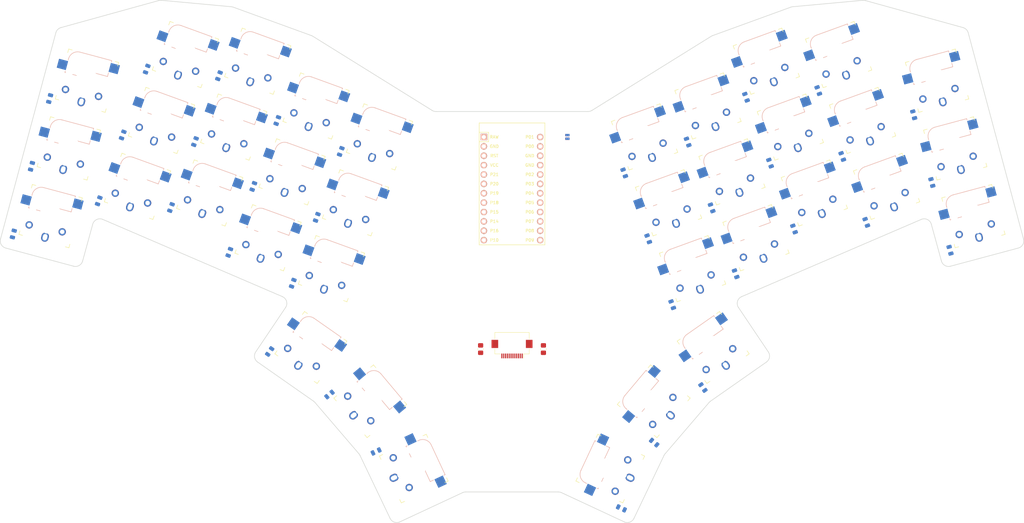
<source format=kicad_pcb>
(kicad_pcb (version 20171130) (host pcbnew 5.1.6)
  (title_block (title ergogen_pteron36_super) (rev v1.0.0) (company Unknown))
  (layers (0 F.Cu signal) (31 B.Cu signal) (34 B.Paste user) (35 F.Paste user) (36 B.SilkS user) (37 F.SilkS user) (38 B.Mask user) (39 F.Mask user) (44 Edge.Cuts user))
  (net 0 "")
  (net 1 "SCK")
  (net 2 "VCC")
  (net 3 "GND")
  (net 4 "CS")
  (net 5 "R3")
  (net 6 "C1")
  (net 7 "key1_1")
  (net 8 "R2")
  (net 9 "key2_1")
  (net 10 "R1")
  (net 11 "key3_1")
  (net 12 "C2")
  (net 13 "key4_1")
  (net 14 "key5_1")
  (net 15 "key6_1")
  (net 16 "C3")
  (net 17 "key7_1")
  (net 18 "key8_1")
  (net 19 "key9_1")
  (net 20 "C4")
  (net 21 "key10_1")
  (net 22 "key11_1")
  (net 23 "key12_1")
  (net 24 "C5")
  (net 25 "key13_1")
  (net 26 "key14_1")
  (net 27 "key15_1")
  (net 28 "R4")
  (net 29 "key16_1")
  (net 30 "key17_1")
  (net 31 "key18_1")
  (net 32 "C10")
  (net 33 "key19_1")
  (net 34 "key20_1")
  (net 35 "key21_1")
  (net 36 "C9")
  (net 37 "key22_1")
  (net 38 "key23_1")
  (net 39 "key24_1")
  (net 40 "C8")
  (net 41 "key25_1")
  (net 42 "key26_1")
  (net 43 "key27_1")
  (net 44 "C7")
  (net 45 "key28_1")
  (net 46 "key29_1")
  (net 47 "key30_1")
  (net 48 "C6")
  (net 49 "key31_1")
  (net 50 "key32_1")
  (net 51 "key33_1")
  (net 52 "key34_1")
  (net 53 "key35_1")
  (net 54 "key36_1")
  (net 55 "RAW")
  (net 56 "RST")
  (net 57 "P1")
  (net 58 "P0")
  (net 59 "SDA")
  (net 60 "SCL")
  (net 61 "P5")
  (net 62 "P6")
  (net 63 "P7")
  (net 64 "P8")
  (net 65 "P9")
  (net 66 "P10")
  (net 67 "P11")
  (net 68 "P12")
  (module Kailh_socket_MX_LP (layer F.Cu) (at 59.7672477 128.1712764 -15)
    (fp_text reference "key1" hide)
    (fp_text value Kailh_socket_MX_LP)
    (pad 1 smd rect (at 6.29 -5.08 -15) (size 2.55 2.5) (layers B.Cu B.Paste B.Mask) (net 5 "R3"))
    (pad "" np_thru_hole circle (at 2.54 -5.08 -15) (size 3 3) (drill 3) (layers *.Cu *.Mask))
    (pad "" np_thru_hole circle (at -3.81 -2.54 -15) (size 3 3) (drill 3) (layers *.Cu *.Mask))
    (pad "" np_thru_hole circle (at 0 0 -15) (size 6.25 6.25) (drill 6.25) (layers *.Cu *.Mask))
    (pad "" np_thru_hole circle (at 5.08 0 -15) (size 1.7018 1.7018) (drill 1.7018) (layers *.Cu *.Mask))
    (pad "" np_thru_hole circle (at -5.08 0 -15) (size 1.7018 1.7018) (drill 1.7018) (layers *.Cu *.Mask))
    (pad i2 smd rect (at -7.56 -2.54 -15) (size 2.55 2.5) (layers B.Cu B.Paste B.Mask) (net 7 "key1_1"))
    (pad "" np_thru_hole circle (at 0 3.7 -15) (size 2.3 2.3) (drill 2.3) (layers *.Cu *.Mask))
    (pad i2 thru_hole oval (at 0 5.9 -15) (size 2 2.5) (drill oval 1.2 1.75) (layers *.Cu *.Mask) (net 7 "key1_1"))
    (pad 1 thru_hole circle (at 4.13 3.3 -15) (size 2 2) (drill 1.2) (layers *.Cu *.Mask) (net 5 "R3"))
    (pad 1 thru_hole circle (at -5 3.8 -15) (size 2 2) (drill 1.2) (layers *.Cu *.Mask) (net 5 "R3"))
    (pad i2 smd roundrect (at -8.509 6.35 75) (size 0.975 1.4) (layers B.Cu B.Paste B.Mask) (net 7 "key1_1"))
    (pad 2 smd roundrect (at -8.509 8.225 75) (size 0.975 1.4) (layers B.Cu B.Paste B.Mask) (net 6 "C1"))
    (pad "" np_thru_hole circle (at -5.5 0 -15) (size 1.7 1.7) (drill 1.7) (layers *.Cu *.Mask))
    (pad "" np_thru_hole circle (at 5.5 0 -15) (size 1.7 1.7) (drill 1.7) (layers *.Cu *.Mask))
  )
  (module Kailh_socket_MX_LP (layer F.Cu) (at 64.6848096 109.8186857 -15)
    (fp_text reference "key2" hide)
    (fp_text value Kailh_socket_MX_LP)
    (pad 1 smd rect (at 6.29 -5.08 -15) (size 2.55 2.5) (layers B.Cu B.Paste B.Mask) (net 8 "R2"))
    (pad "" np_thru_hole circle (at 2.54 -5.08 -15) (size 3 3) (drill 3) (layers *.Cu *.Mask))
    (pad "" np_thru_hole circle (at -3.81 -2.54 -15) (size 3 3) (drill 3) (layers *.Cu *.Mask))
    (pad "" np_thru_hole circle (at 0 0 -15) (size 6.25 6.25) (drill 6.25) (layers *.Cu *.Mask))
    (pad "" np_thru_hole circle (at 5.08 0 -15) (size 1.7018 1.7018) (drill 1.7018) (layers *.Cu *.Mask))
    (pad "" np_thru_hole circle (at -5.08 0 -15) (size 1.7018 1.7018) (drill 1.7018) (layers *.Cu *.Mask))
    (pad i2 smd rect (at -7.56 -2.54 -15) (size 2.55 2.5) (layers B.Cu B.Paste B.Mask) (net 9 "key2_1"))
    (pad "" np_thru_hole circle (at 0 3.7 -15) (size 2.3 2.3) (drill 2.3) (layers *.Cu *.Mask))
    (pad i2 thru_hole oval (at 0 5.9 -15) (size 2 2.5) (drill oval 1.2 1.75) (layers *.Cu *.Mask) (net 9 "key2_1"))
    (pad 1 thru_hole circle (at 4.13 3.3 -15) (size 2 2) (drill 1.2) (layers *.Cu *.Mask) (net 8 "R2"))
    (pad 1 thru_hole circle (at -5 3.8 -15) (size 2 2) (drill 1.2) (layers *.Cu *.Mask) (net 8 "R2"))
    (pad i2 smd roundrect (at -8.509 6.35 75) (size 0.975 1.4) (layers B.Cu B.Paste B.Mask) (net 9 "key2_1"))
    (pad 2 smd roundrect (at -8.509 8.225 75) (size 0.975 1.4) (layers B.Cu B.Paste B.Mask) (net 6 "C1"))
    (pad "" np_thru_hole circle (at -5.5 0 -15) (size 1.7 1.7) (drill 1.7) (layers *.Cu *.Mask))
    (pad "" np_thru_hole circle (at 5.5 0 -15) (size 1.7 1.7) (drill 1.7) (layers *.Cu *.Mask))
  )
  (module Kailh_socket_MX_LP (layer F.Cu) (at 69.6023715 91.466095 -15)
    (fp_text reference "key3" hide)
    (fp_text value Kailh_socket_MX_LP)
    (pad 1 smd rect (at 6.29 -5.08 -15) (size 2.55 2.5) (layers B.Cu B.Paste B.Mask) (net 10 "R1"))
    (pad "" np_thru_hole circle (at 2.54 -5.08 -15) (size 3 3) (drill 3) (layers *.Cu *.Mask))
    (pad "" np_thru_hole circle (at -3.81 -2.54 -15) (size 3 3) (drill 3) (layers *.Cu *.Mask))
    (pad "" np_thru_hole circle (at 0 0 -15) (size 6.25 6.25) (drill 6.25) (layers *.Cu *.Mask))
    (pad "" np_thru_hole circle (at 5.08 0 -15) (size 1.7018 1.7018) (drill 1.7018) (layers *.Cu *.Mask))
    (pad "" np_thru_hole circle (at -5.08 0 -15) (size 1.7018 1.7018) (drill 1.7018) (layers *.Cu *.Mask))
    (pad i2 smd rect (at -7.56 -2.54 -15) (size 2.55 2.5) (layers B.Cu B.Paste B.Mask) (net 11 "key3_1"))
    (pad "" np_thru_hole circle (at 0 3.7 -15) (size 2.3 2.3) (drill 2.3) (layers *.Cu *.Mask))
    (pad i2 thru_hole oval (at 0 5.9 -15) (size 2 2.5) (drill oval 1.2 1.75) (layers *.Cu *.Mask) (net 11 "key3_1"))
    (pad 1 thru_hole circle (at 4.13 3.3 -15) (size 2 2) (drill 1.2) (layers *.Cu *.Mask) (net 10 "R1"))
    (pad 1 thru_hole circle (at -5 3.8 -15) (size 2 2) (drill 1.2) (layers *.Cu *.Mask) (net 10 "R1"))
    (pad i2 smd roundrect (at -8.509 6.35 75) (size 0.975 1.4) (layers B.Cu B.Paste B.Mask) (net 11 "key3_1"))
    (pad 2 smd roundrect (at -8.509 8.225 75) (size 0.975 1.4) (layers B.Cu B.Paste B.Mask) (net 6 "C1"))
    (pad "" np_thru_hole circle (at -5.5 0 -15) (size 1.7 1.7) (drill 1.7) (layers *.Cu *.Mask))
    (pad "" np_thru_hole circle (at 5.5 0 -15) (size 1.7 1.7) (drill 1.7) (layers *.Cu *.Mask))
  )
  (module Kailh_socket_MX_LP (layer F.Cu) (at 83.2681465 120.0967949 -20)
    (fp_text reference "key4" hide)
    (fp_text value Kailh_socket_MX_LP)
    (pad 1 smd rect (at 6.29 -5.08 -20) (size 2.55 2.5) (layers B.Cu B.Paste B.Mask) (net 5 "R3"))
    (pad "" np_thru_hole circle (at 2.54 -5.08 -20) (size 3 3) (drill 3) (layers *.Cu *.Mask))
    (pad "" np_thru_hole circle (at -3.81 -2.54 -20) (size 3 3) (drill 3) (layers *.Cu *.Mask))
    (pad "" np_thru_hole circle (at 0 0 -20) (size 6.25 6.25) (drill 6.25) (layers *.Cu *.Mask))
    (pad "" np_thru_hole circle (at 5.08 0 -20) (size 1.7018 1.7018) (drill 1.7018) (layers *.Cu *.Mask))
    (pad "" np_thru_hole circle (at -5.08 0 -20) (size 1.7018 1.7018) (drill 1.7018) (layers *.Cu *.Mask))
    (pad i2 smd rect (at -7.56 -2.54 -20) (size 2.55 2.5) (layers B.Cu B.Paste B.Mask) (net 13 "key4_1"))
    (pad "" np_thru_hole circle (at 0 3.7 -20) (size 2.3 2.3) (drill 2.3) (layers *.Cu *.Mask))
    (pad i2 thru_hole oval (at 0 5.9 -20) (size 2 2.5) (drill oval 1.2 1.75) (layers *.Cu *.Mask) (net 13 "key4_1"))
    (pad 1 thru_hole circle (at 4.13 3.3 -20) (size 2 2) (drill 1.2) (layers *.Cu *.Mask) (net 5 "R3"))
    (pad 1 thru_hole circle (at -5 3.8 -20) (size 2 2) (drill 1.2) (layers *.Cu *.Mask) (net 5 "R3"))
    (pad i2 smd roundrect (at -8.509 6.35 70) (size 0.975 1.4) (layers B.Cu B.Paste B.Mask) (net 13 "key4_1"))
    (pad 2 smd roundrect (at -8.509 8.225 70) (size 0.975 1.4) (layers B.Cu B.Paste B.Mask) (net 12 "C2"))
    (pad "" np_thru_hole circle (at -5.5 0 -20) (size 1.7 1.7) (drill 1.7) (layers *.Cu *.Mask))
    (pad "" np_thru_hole circle (at 5.5 0 -20) (size 1.7 1.7) (drill 1.7) (layers *.Cu *.Mask))
  )
  (module Kailh_socket_MX_LP (layer F.Cu) (at 89.7665292 102.2426351 -20)
    (fp_text reference "key5" hide)
    (fp_text value Kailh_socket_MX_LP)
    (pad 1 smd rect (at 6.29 -5.08 -20) (size 2.55 2.5) (layers B.Cu B.Paste B.Mask) (net 8 "R2"))
    (pad "" np_thru_hole circle (at 2.54 -5.08 -20) (size 3 3) (drill 3) (layers *.Cu *.Mask))
    (pad "" np_thru_hole circle (at -3.81 -2.54 -20) (size 3 3) (drill 3) (layers *.Cu *.Mask))
    (pad "" np_thru_hole circle (at 0 0 -20) (size 6.25 6.25) (drill 6.25) (layers *.Cu *.Mask))
    (pad "" np_thru_hole circle (at 5.08 0 -20) (size 1.7018 1.7018) (drill 1.7018) (layers *.Cu *.Mask))
    (pad "" np_thru_hole circle (at -5.08 0 -20) (size 1.7018 1.7018) (drill 1.7018) (layers *.Cu *.Mask))
    (pad i2 smd rect (at -7.56 -2.54 -20) (size 2.55 2.5) (layers B.Cu B.Paste B.Mask) (net 14 "key5_1"))
    (pad "" np_thru_hole circle (at 0 3.7 -20) (size 2.3 2.3) (drill 2.3) (layers *.Cu *.Mask))
    (pad i2 thru_hole oval (at 0 5.9 -20) (size 2 2.5) (drill oval 1.2 1.75) (layers *.Cu *.Mask) (net 14 "key5_1"))
    (pad 1 thru_hole circle (at 4.13 3.3 -20) (size 2 2) (drill 1.2) (layers *.Cu *.Mask) (net 8 "R2"))
    (pad 1 thru_hole circle (at -5 3.8 -20) (size 2 2) (drill 1.2) (layers *.Cu *.Mask) (net 8 "R2"))
    (pad i2 smd roundrect (at -8.509 6.35 70) (size 0.975 1.4) (layers B.Cu B.Paste B.Mask) (net 14 "key5_1"))
    (pad 2 smd roundrect (at -8.509 8.225 70) (size 0.975 1.4) (layers B.Cu B.Paste B.Mask) (net 12 "C2"))
    (pad "" np_thru_hole circle (at -5.5 0 -20) (size 1.7 1.7) (drill 1.7) (layers *.Cu *.Mask))
    (pad "" np_thru_hole circle (at 5.5 0 -20) (size 1.7 1.7) (drill 1.7) (layers *.Cu *.Mask))
  )
  (module Kailh_socket_MX_LP (layer F.Cu) (at 96.2649119 84.3884754 -20)
    (fp_text reference "key6" hide)
    (fp_text value Kailh_socket_MX_LP)
    (pad 1 smd rect (at 6.29 -5.08 -20) (size 2.55 2.5) (layers B.Cu B.Paste B.Mask) (net 10 "R1"))
    (pad "" np_thru_hole circle (at 2.54 -5.08 -20) (size 3 3) (drill 3) (layers *.Cu *.Mask))
    (pad "" np_thru_hole circle (at -3.81 -2.54 -20) (size 3 3) (drill 3) (layers *.Cu *.Mask))
    (pad "" np_thru_hole circle (at 0 0 -20) (size 6.25 6.25) (drill 6.25) (layers *.Cu *.Mask))
    (pad "" np_thru_hole circle (at 5.08 0 -20) (size 1.7018 1.7018) (drill 1.7018) (layers *.Cu *.Mask))
    (pad "" np_thru_hole circle (at -5.08 0 -20) (size 1.7018 1.7018) (drill 1.7018) (layers *.Cu *.Mask))
    (pad i2 smd rect (at -7.56 -2.54 -20) (size 2.55 2.5) (layers B.Cu B.Paste B.Mask) (net 15 "key6_1"))
    (pad "" np_thru_hole circle (at 0 3.7 -20) (size 2.3 2.3) (drill 2.3) (layers *.Cu *.Mask))
    (pad i2 thru_hole oval (at 0 5.9 -20) (size 2 2.5) (drill oval 1.2 1.75) (layers *.Cu *.Mask) (net 15 "key6_1"))
    (pad 1 thru_hole circle (at 4.13 3.3 -20) (size 2 2) (drill 1.2) (layers *.Cu *.Mask) (net 10 "R1"))
    (pad 1 thru_hole circle (at -5 3.8 -20) (size 2 2) (drill 1.2) (layers *.Cu *.Mask) (net 10 "R1"))
    (pad i2 smd roundrect (at -8.509 6.35 70) (size 0.975 1.4) (layers B.Cu B.Paste B.Mask) (net 15 "key6_1"))
    (pad 2 smd roundrect (at -8.509 8.225 70) (size 0.975 1.4) (layers B.Cu B.Paste B.Mask) (net 12 "C2"))
    (pad "" np_thru_hole circle (at -5.5 0 -20) (size 1.7 1.7) (drill 1.7) (layers *.Cu *.Mask))
    (pad "" np_thru_hole circle (at 5.5 0 -20) (size 1.7 1.7) (drill 1.7) (layers *.Cu *.Mask))
  )
  (module Kailh_socket_MX_LP (layer F.Cu) (at 102.8324071 121.8967146 -20)
    (fp_text reference "key7" hide)
    (fp_text value Kailh_socket_MX_LP)
    (pad 1 smd rect (at 6.29 -5.08 -20) (size 2.55 2.5) (layers B.Cu B.Paste B.Mask) (net 5 "R3"))
    (pad "" np_thru_hole circle (at 2.54 -5.08 -20) (size 3 3) (drill 3) (layers *.Cu *.Mask))
    (pad "" np_thru_hole circle (at -3.81 -2.54 -20) (size 3 3) (drill 3) (layers *.Cu *.Mask))
    (pad "" np_thru_hole circle (at 0 0 -20) (size 6.25 6.25) (drill 6.25) (layers *.Cu *.Mask))
    (pad "" np_thru_hole circle (at 5.08 0 -20) (size 1.7018 1.7018) (drill 1.7018) (layers *.Cu *.Mask))
    (pad "" np_thru_hole circle (at -5.08 0 -20) (size 1.7018 1.7018) (drill 1.7018) (layers *.Cu *.Mask))
    (pad i2 smd rect (at -7.56 -2.54 -20) (size 2.55 2.5) (layers B.Cu B.Paste B.Mask) (net 17 "key7_1"))
    (pad "" np_thru_hole circle (at 0 3.7 -20) (size 2.3 2.3) (drill 2.3) (layers *.Cu *.Mask))
    (pad i2 thru_hole oval (at 0 5.9 -20) (size 2 2.5) (drill oval 1.2 1.75) (layers *.Cu *.Mask) (net 17 "key7_1"))
    (pad 1 thru_hole circle (at 4.13 3.3 -20) (size 2 2) (drill 1.2) (layers *.Cu *.Mask) (net 5 "R3"))
    (pad 1 thru_hole circle (at -5 3.8 -20) (size 2 2) (drill 1.2) (layers *.Cu *.Mask) (net 5 "R3"))
    (pad i2 smd roundrect (at -8.509 6.35 70) (size 0.975 1.4) (layers B.Cu B.Paste B.Mask) (net 17 "key7_1"))
    (pad 2 smd roundrect (at -8.509 8.225 70) (size 0.975 1.4) (layers B.Cu B.Paste B.Mask) (net 16 "C3"))
    (pad "" np_thru_hole circle (at -5.5 0 -20) (size 1.7 1.7) (drill 1.7) (layers *.Cu *.Mask))
    (pad "" np_thru_hole circle (at 5.5 0 -20) (size 1.7 1.7) (drill 1.7) (layers *.Cu *.Mask))
  )
  (module Kailh_socket_MX_LP (layer F.Cu) (at 109.3307898 104.0425548 -20)
    (fp_text reference "key8" hide)
    (fp_text value Kailh_socket_MX_LP)
    (pad 1 smd rect (at 6.29 -5.08 -20) (size 2.55 2.5) (layers B.Cu B.Paste B.Mask) (net 8 "R2"))
    (pad "" np_thru_hole circle (at 2.54 -5.08 -20) (size 3 3) (drill 3) (layers *.Cu *.Mask))
    (pad "" np_thru_hole circle (at -3.81 -2.54 -20) (size 3 3) (drill 3) (layers *.Cu *.Mask))
    (pad "" np_thru_hole circle (at 0 0 -20) (size 6.25 6.25) (drill 6.25) (layers *.Cu *.Mask))
    (pad "" np_thru_hole circle (at 5.08 0 -20) (size 1.7018 1.7018) (drill 1.7018) (layers *.Cu *.Mask))
    (pad "" np_thru_hole circle (at -5.08 0 -20) (size 1.7018 1.7018) (drill 1.7018) (layers *.Cu *.Mask))
    (pad i2 smd rect (at -7.56 -2.54 -20) (size 2.55 2.5) (layers B.Cu B.Paste B.Mask) (net 18 "key8_1"))
    (pad "" np_thru_hole circle (at 0 3.7 -20) (size 2.3 2.3) (drill 2.3) (layers *.Cu *.Mask))
    (pad i2 thru_hole oval (at 0 5.9 -20) (size 2 2.5) (drill oval 1.2 1.75) (layers *.Cu *.Mask) (net 18 "key8_1"))
    (pad 1 thru_hole circle (at 4.13 3.3 -20) (size 2 2) (drill 1.2) (layers *.Cu *.Mask) (net 8 "R2"))
    (pad 1 thru_hole circle (at -5 3.8 -20) (size 2 2) (drill 1.2) (layers *.Cu *.Mask) (net 8 "R2"))
    (pad i2 smd roundrect (at -8.509 6.35 70) (size 0.975 1.4) (layers B.Cu B.Paste B.Mask) (net 18 "key8_1"))
    (pad 2 smd roundrect (at -8.509 8.225 70) (size 0.975 1.4) (layers B.Cu B.Paste B.Mask) (net 16 "C3"))
    (pad "" np_thru_hole circle (at -5.5 0 -20) (size 1.7 1.7) (drill 1.7) (layers *.Cu *.Mask))
    (pad "" np_thru_hole circle (at 5.5 0 -20) (size 1.7 1.7) (drill 1.7) (layers *.Cu *.Mask))
  )
  (module Kailh_socket_MX_LP (layer F.Cu) (at 115.8291725 86.188395 -20)
    (fp_text reference "key9" hide)
    (fp_text value Kailh_socket_MX_LP)
    (pad 1 smd rect (at 6.29 -5.08 -20) (size 2.55 2.5) (layers B.Cu B.Paste B.Mask) (net 10 "R1"))
    (pad "" np_thru_hole circle (at 2.54 -5.08 -20) (size 3 3) (drill 3) (layers *.Cu *.Mask))
    (pad "" np_thru_hole circle (at -3.81 -2.54 -20) (size 3 3) (drill 3) (layers *.Cu *.Mask))
    (pad "" np_thru_hole circle (at 0 0 -20) (size 6.25 6.25) (drill 6.25) (layers *.Cu *.Mask))
    (pad "" np_thru_hole circle (at 5.08 0 -20) (size 1.7018 1.7018) (drill 1.7018) (layers *.Cu *.Mask))
    (pad "" np_thru_hole circle (at -5.08 0 -20) (size 1.7018 1.7018) (drill 1.7018) (layers *.Cu *.Mask))
    (pad i2 smd rect (at -7.56 -2.54 -20) (size 2.55 2.5) (layers B.Cu B.Paste B.Mask) (net 19 "key9_1"))
    (pad "" np_thru_hole circle (at 0 3.7 -20) (size 2.3 2.3) (drill 2.3) (layers *.Cu *.Mask))
    (pad i2 thru_hole oval (at 0 5.9 -20) (size 2 2.5) (drill oval 1.2 1.75) (layers *.Cu *.Mask) (net 19 "key9_1"))
    (pad 1 thru_hole circle (at 4.13 3.3 -20) (size 2 2) (drill 1.2) (layers *.Cu *.Mask) (net 10 "R1"))
    (pad 1 thru_hole circle (at -5 3.8 -20) (size 2 2) (drill 1.2) (layers *.Cu *.Mask) (net 10 "R1"))
    (pad i2 smd roundrect (at -8.509 6.35 70) (size 0.975 1.4) (layers B.Cu B.Paste B.Mask) (net 19 "key9_1"))
    (pad 2 smd roundrect (at -8.509 8.225 70) (size 0.975 1.4) (layers B.Cu B.Paste B.Mask) (net 16 "C3"))
    (pad "" np_thru_hole circle (at -5.5 0 -20) (size 1.7 1.7) (drill 1.7) (layers *.Cu *.Mask))
    (pad "" np_thru_hole circle (at 5.5 0 -20) (size 1.7 1.7) (drill 1.7) (layers *.Cu *.Mask))
  )
  (module Kailh_socket_MX_LP (layer F.Cu) (at 118.634446 134.033253 -20)
    (fp_text reference "key10" hide)
    (fp_text value Kailh_socket_MX_LP)
    (pad 1 smd rect (at 6.29 -5.08 -20) (size 2.55 2.5) (layers B.Cu B.Paste B.Mask) (net 5 "R3"))
    (pad "" np_thru_hole circle (at 2.54 -5.08 -20) (size 3 3) (drill 3) (layers *.Cu *.Mask))
    (pad "" np_thru_hole circle (at -3.81 -2.54 -20) (size 3 3) (drill 3) (layers *.Cu *.Mask))
    (pad "" np_thru_hole circle (at 0 0 -20) (size 6.25 6.25) (drill 6.25) (layers *.Cu *.Mask))
    (pad "" np_thru_hole circle (at 5.08 0 -20) (size 1.7018 1.7018) (drill 1.7018) (layers *.Cu *.Mask))
    (pad "" np_thru_hole circle (at -5.08 0 -20) (size 1.7018 1.7018) (drill 1.7018) (layers *.Cu *.Mask))
    (pad i2 smd rect (at -7.56 -2.54 -20) (size 2.55 2.5) (layers B.Cu B.Paste B.Mask) (net 21 "key10_1"))
    (pad "" np_thru_hole circle (at 0 3.7 -20) (size 2.3 2.3) (drill 2.3) (layers *.Cu *.Mask))
    (pad i2 thru_hole oval (at 0 5.9 -20) (size 2 2.5) (drill oval 1.2 1.75) (layers *.Cu *.Mask) (net 21 "key10_1"))
    (pad 1 thru_hole circle (at 4.13 3.3 -20) (size 2 2) (drill 1.2) (layers *.Cu *.Mask) (net 5 "R3"))
    (pad 1 thru_hole circle (at -5 3.8 -20) (size 2 2) (drill 1.2) (layers *.Cu *.Mask) (net 5 "R3"))
    (pad i2 smd roundrect (at -8.509 6.35 70) (size 0.975 1.4) (layers B.Cu B.Paste B.Mask) (net 21 "key10_1"))
    (pad 2 smd roundrect (at -8.509 8.225 70) (size 0.975 1.4) (layers B.Cu B.Paste B.Mask) (net 20 "C4"))
    (pad "" np_thru_hole circle (at -5.5 0 -20) (size 1.7 1.7) (drill 1.7) (layers *.Cu *.Mask))
    (pad "" np_thru_hole circle (at 5.5 0 -20) (size 1.7 1.7) (drill 1.7) (layers *.Cu *.Mask))
  )
  (module Kailh_socket_MX_LP (layer F.Cu) (at 125.1328287 116.1790933 -20)
    (fp_text reference "key11" hide)
    (fp_text value Kailh_socket_MX_LP)
    (pad 1 smd rect (at 6.29 -5.08 -20) (size 2.55 2.5) (layers B.Cu B.Paste B.Mask) (net 8 "R2"))
    (pad "" np_thru_hole circle (at 2.54 -5.08 -20) (size 3 3) (drill 3) (layers *.Cu *.Mask))
    (pad "" np_thru_hole circle (at -3.81 -2.54 -20) (size 3 3) (drill 3) (layers *.Cu *.Mask))
    (pad "" np_thru_hole circle (at 0 0 -20) (size 6.25 6.25) (drill 6.25) (layers *.Cu *.Mask))
    (pad "" np_thru_hole circle (at 5.08 0 -20) (size 1.7018 1.7018) (drill 1.7018) (layers *.Cu *.Mask))
    (pad "" np_thru_hole circle (at -5.08 0 -20) (size 1.7018 1.7018) (drill 1.7018) (layers *.Cu *.Mask))
    (pad i2 smd rect (at -7.56 -2.54 -20) (size 2.55 2.5) (layers B.Cu B.Paste B.Mask) (net 22 "key11_1"))
    (pad "" np_thru_hole circle (at 0 3.7 -20) (size 2.3 2.3) (drill 2.3) (layers *.Cu *.Mask))
    (pad i2 thru_hole oval (at 0 5.9 -20) (size 2 2.5) (drill oval 1.2 1.75) (layers *.Cu *.Mask) (net 22 "key11_1"))
    (pad 1 thru_hole circle (at 4.13 3.3 -20) (size 2 2) (drill 1.2) (layers *.Cu *.Mask) (net 8 "R2"))
    (pad 1 thru_hole circle (at -5 3.8 -20) (size 2 2) (drill 1.2) (layers *.Cu *.Mask) (net 8 "R2"))
    (pad i2 smd roundrect (at -8.509 6.35 70) (size 0.975 1.4) (layers B.Cu B.Paste B.Mask) (net 22 "key11_1"))
    (pad 2 smd roundrect (at -8.509 8.225 70) (size 0.975 1.4) (layers B.Cu B.Paste B.Mask) (net 20 "C4"))
    (pad "" np_thru_hole circle (at -5.5 0 -20) (size 1.7 1.7) (drill 1.7) (layers *.Cu *.Mask))
    (pad "" np_thru_hole circle (at 5.5 0 -20) (size 1.7 1.7) (drill 1.7) (layers *.Cu *.Mask))
  )
  (module Kailh_socket_MX_LP (layer F.Cu) (at 131.6312115 98.3249335 -20)
    (fp_text reference "key12" hide)
    (fp_text value Kailh_socket_MX_LP)
    (pad 1 smd rect (at 6.29 -5.08 -20) (size 2.55 2.5) (layers B.Cu B.Paste B.Mask) (net 10 "R1"))
    (pad "" np_thru_hole circle (at 2.54 -5.08 -20) (size 3 3) (drill 3) (layers *.Cu *.Mask))
    (pad "" np_thru_hole circle (at -3.81 -2.54 -20) (size 3 3) (drill 3) (layers *.Cu *.Mask))
    (pad "" np_thru_hole circle (at 0 0 -20) (size 6.25 6.25) (drill 6.25) (layers *.Cu *.Mask))
    (pad "" np_thru_hole circle (at 5.08 0 -20) (size 1.7018 1.7018) (drill 1.7018) (layers *.Cu *.Mask))
    (pad "" np_thru_hole circle (at -5.08 0 -20) (size 1.7018 1.7018) (drill 1.7018) (layers *.Cu *.Mask))
    (pad i2 smd rect (at -7.56 -2.54 -20) (size 2.55 2.5) (layers B.Cu B.Paste B.Mask) (net 23 "key12_1"))
    (pad "" np_thru_hole circle (at 0 3.7 -20) (size 2.3 2.3) (drill 2.3) (layers *.Cu *.Mask))
    (pad i2 thru_hole oval (at 0 5.9 -20) (size 2 2.5) (drill oval 1.2 1.75) (layers *.Cu *.Mask) (net 23 "key12_1"))
    (pad 1 thru_hole circle (at 4.13 3.3 -20) (size 2 2) (drill 1.2) (layers *.Cu *.Mask) (net 10 "R1"))
    (pad 1 thru_hole circle (at -5 3.8 -20) (size 2 2) (drill 1.2) (layers *.Cu *.Mask) (net 10 "R1"))
    (pad i2 smd roundrect (at -8.509 6.35 70) (size 0.975 1.4) (layers B.Cu B.Paste B.Mask) (net 23 "key12_1"))
    (pad 2 smd roundrect (at -8.509 8.225 70) (size 0.975 1.4) (layers B.Cu B.Paste B.Mask) (net 20 "C4"))
    (pad "" np_thru_hole circle (at -5.5 0 -20) (size 1.7 1.7) (drill 1.7) (layers *.Cu *.Mask))
    (pad "" np_thru_hole circle (at 5.5 0 -20) (size 1.7 1.7) (drill 1.7) (layers *.Cu *.Mask))
  )
  (module Kailh_socket_MX_LP (layer F.Cu) (at 135.8045654 142.411021 -20)
    (fp_text reference "key13" hide)
    (fp_text value Kailh_socket_MX_LP)
    (pad 1 smd rect (at 6.29 -5.08 -20) (size 2.55 2.5) (layers B.Cu B.Paste B.Mask) (net 5 "R3"))
    (pad "" np_thru_hole circle (at 2.54 -5.08 -20) (size 3 3) (drill 3) (layers *.Cu *.Mask))
    (pad "" np_thru_hole circle (at -3.81 -2.54 -20) (size 3 3) (drill 3) (layers *.Cu *.Mask))
    (pad "" np_thru_hole circle (at 0 0 -20) (size 6.25 6.25) (drill 6.25) (layers *.Cu *.Mask))
    (pad "" np_thru_hole circle (at 5.08 0 -20) (size 1.7018 1.7018) (drill 1.7018) (layers *.Cu *.Mask))
    (pad "" np_thru_hole circle (at -5.08 0 -20) (size 1.7018 1.7018) (drill 1.7018) (layers *.Cu *.Mask))
    (pad i2 smd rect (at -7.56 -2.54 -20) (size 2.55 2.5) (layers B.Cu B.Paste B.Mask) (net 25 "key13_1"))
    (pad "" np_thru_hole circle (at 0 3.7 -20) (size 2.3 2.3) (drill 2.3) (layers *.Cu *.Mask))
    (pad i2 thru_hole oval (at 0 5.9 -20) (size 2 2.5) (drill oval 1.2 1.75) (layers *.Cu *.Mask) (net 25 "key13_1"))
    (pad 1 thru_hole circle (at 4.13 3.3 -20) (size 2 2) (drill 1.2) (layers *.Cu *.Mask) (net 5 "R3"))
    (pad 1 thru_hole circle (at -5 3.8 -20) (size 2 2) (drill 1.2) (layers *.Cu *.Mask) (net 5 "R3"))
    (pad i2 smd roundrect (at -8.509 6.35 70) (size 0.975 1.4) (layers B.Cu B.Paste B.Mask) (net 25 "key13_1"))
    (pad 2 smd roundrect (at -8.509 8.225 70) (size 0.975 1.4) (layers B.Cu B.Paste B.Mask) (net 24 "C5"))
    (pad "" np_thru_hole circle (at -5.5 0 -20) (size 1.7 1.7) (drill 1.7) (layers *.Cu *.Mask))
    (pad "" np_thru_hole circle (at 5.5 0 -20) (size 1.7 1.7) (drill 1.7) (layers *.Cu *.Mask))
  )
  (module Kailh_socket_MX_LP (layer F.Cu) (at 142.3029481 124.5568612 -20)
    (fp_text reference "key14" hide)
    (fp_text value Kailh_socket_MX_LP)
    (pad 1 smd rect (at 6.29 -5.08 -20) (size 2.55 2.5) (layers B.Cu B.Paste B.Mask) (net 8 "R2"))
    (pad "" np_thru_hole circle (at 2.54 -5.08 -20) (size 3 3) (drill 3) (layers *.Cu *.Mask))
    (pad "" np_thru_hole circle (at -3.81 -2.54 -20) (size 3 3) (drill 3) (layers *.Cu *.Mask))
    (pad "" np_thru_hole circle (at 0 0 -20) (size 6.25 6.25) (drill 6.25) (layers *.Cu *.Mask))
    (pad "" np_thru_hole circle (at 5.08 0 -20) (size 1.7018 1.7018) (drill 1.7018) (layers *.Cu *.Mask))
    (pad "" np_thru_hole circle (at -5.08 0 -20) (size 1.7018 1.7018) (drill 1.7018) (layers *.Cu *.Mask))
    (pad i2 smd rect (at -7.56 -2.54 -20) (size 2.55 2.5) (layers B.Cu B.Paste B.Mask) (net 26 "key14_1"))
    (pad "" np_thru_hole circle (at 0 3.7 -20) (size 2.3 2.3) (drill 2.3) (layers *.Cu *.Mask))
    (pad i2 thru_hole oval (at 0 5.9 -20) (size 2 2.5) (drill oval 1.2 1.75) (layers *.Cu *.Mask) (net 26 "key14_1"))
    (pad 1 thru_hole circle (at 4.13 3.3 -20) (size 2 2) (drill 1.2) (layers *.Cu *.Mask) (net 8 "R2"))
    (pad 1 thru_hole circle (at -5 3.8 -20) (size 2 2) (drill 1.2) (layers *.Cu *.Mask) (net 8 "R2"))
    (pad i2 smd roundrect (at -8.509 6.35 70) (size 0.975 1.4) (layers B.Cu B.Paste B.Mask) (net 26 "key14_1"))
    (pad 2 smd roundrect (at -8.509 8.225 70) (size 0.975 1.4) (layers B.Cu B.Paste B.Mask) (net 24 "C5"))
    (pad "" np_thru_hole circle (at -5.5 0 -20) (size 1.7 1.7) (drill 1.7) (layers *.Cu *.Mask))
    (pad "" np_thru_hole circle (at 5.5 0 -20) (size 1.7 1.7) (drill 1.7) (layers *.Cu *.Mask))
  )
  (module Kailh_socket_MX_LP (layer F.Cu) (at 148.8013309 106.7027014 -20)
    (fp_text reference "key15" hide)
    (fp_text value Kailh_socket_MX_LP)
    (pad 1 smd rect (at 6.29 -5.08 -20) (size 2.55 2.5) (layers B.Cu B.Paste B.Mask) (net 10 "R1"))
    (pad "" np_thru_hole circle (at 2.54 -5.08 -20) (size 3 3) (drill 3) (layers *.Cu *.Mask))
    (pad "" np_thru_hole circle (at -3.81 -2.54 -20) (size 3 3) (drill 3) (layers *.Cu *.Mask))
    (pad "" np_thru_hole circle (at 0 0 -20) (size 6.25 6.25) (drill 6.25) (layers *.Cu *.Mask))
    (pad "" np_thru_hole circle (at 5.08 0 -20) (size 1.7018 1.7018) (drill 1.7018) (layers *.Cu *.Mask))
    (pad "" np_thru_hole circle (at -5.08 0 -20) (size 1.7018 1.7018) (drill 1.7018) (layers *.Cu *.Mask))
    (pad i2 smd rect (at -7.56 -2.54 -20) (size 2.55 2.5) (layers B.Cu B.Paste B.Mask) (net 27 "key15_1"))
    (pad "" np_thru_hole circle (at 0 3.7 -20) (size 2.3 2.3) (drill 2.3) (layers *.Cu *.Mask))
    (pad i2 thru_hole oval (at 0 5.9 -20) (size 2 2.5) (drill oval 1.2 1.75) (layers *.Cu *.Mask) (net 27 "key15_1"))
    (pad 1 thru_hole circle (at 4.13 3.3 -20) (size 2 2) (drill 1.2) (layers *.Cu *.Mask) (net 10 "R1"))
    (pad 1 thru_hole circle (at -5 3.8 -20) (size 2 2) (drill 1.2) (layers *.Cu *.Mask) (net 10 "R1"))
    (pad i2 smd roundrect (at -8.509 6.35 70) (size 0.975 1.4) (layers B.Cu B.Paste B.Mask) (net 27 "key15_1"))
    (pad 2 smd roundrect (at -8.509 8.225 70) (size 0.975 1.4) (layers B.Cu B.Paste B.Mask) (net 24 "C5"))
    (pad "" np_thru_hole circle (at -5.5 0 -20) (size 1.7 1.7) (drill 1.7) (layers *.Cu *.Mask))
    (pad "" np_thru_hole circle (at 5.5 0 -20) (size 1.7 1.7) (drill 1.7) (layers *.Cu *.Mask))
  )
  (module Kailh_socket_MX_LP (layer F.Cu) (at 130.2178526 163.7704905 -35)
    (fp_text reference "key16" hide)
    (fp_text value Kailh_socket_MX_LP)
    (pad 1 smd rect (at 6.29 -5.08 -35) (size 2.55 2.5) (layers B.Cu B.Paste B.Mask) (net 28 "R4"))
    (pad "" np_thru_hole circle (at 2.54 -5.08 -35) (size 3 3) (drill 3) (layers *.Cu *.Mask))
    (pad "" np_thru_hole circle (at -3.81 -2.54 -35) (size 3 3) (drill 3) (layers *.Cu *.Mask))
    (pad "" np_thru_hole circle (at 0 0 -35) (size 6.25 6.25) (drill 6.25) (layers *.Cu *.Mask))
    (pad "" np_thru_hole circle (at 5.08 0 -35) (size 1.7018 1.7018) (drill 1.7018) (layers *.Cu *.Mask))
    (pad "" np_thru_hole circle (at -5.08 0 -35) (size 1.7018 1.7018) (drill 1.7018) (layers *.Cu *.Mask))
    (pad i2 smd rect (at -7.56 -2.54 -35) (size 2.55 2.5) (layers B.Cu B.Paste B.Mask) (net 29 "key16_1"))
    (pad "" np_thru_hole circle (at 0 3.7 -35) (size 2.3 2.3) (drill 2.3) (layers *.Cu *.Mask))
    (pad i2 thru_hole oval (at 0 5.9 -35) (size 2 2.5) (drill oval 1.2 1.75) (layers *.Cu *.Mask) (net 29 "key16_1"))
    (pad 1 thru_hole circle (at 4.13 3.3 -35) (size 2 2) (drill 1.2) (layers *.Cu *.Mask) (net 28 "R4"))
    (pad 1 thru_hole circle (at -5 3.8 -35) (size 2 2) (drill 1.2) (layers *.Cu *.Mask) (net 28 "R4"))
    (pad i2 smd roundrect (at -8.509 6.35 55) (size 0.975 1.4) (layers B.Cu B.Paste B.Mask) (net 29 "key16_1"))
    (pad 2 smd roundrect (at -8.509 8.225 55) (size 0.975 1.4) (layers B.Cu B.Paste B.Mask) (net 16 "C3"))
    (pad "" np_thru_hole circle (at -5.5 0 -35) (size 1.7 1.7) (drill 1.7) (layers *.Cu *.Mask))
    (pad "" np_thru_hole circle (at 5.5 0 -35) (size 1.7 1.7) (drill 1.7) (layers *.Cu *.Mask))
  )
  (module Kailh_socket_MX_LP (layer F.Cu) (at 146.3116096 178.3406635 -50)
    (fp_text reference "key17" hide)
    (fp_text value Kailh_socket_MX_LP)
    (pad 1 smd rect (at 6.29 -5.08 -50) (size 2.55 2.5) (layers B.Cu B.Paste B.Mask) (net 28 "R4"))
    (pad "" np_thru_hole circle (at 2.54 -5.08 -50) (size 3 3) (drill 3) (layers *.Cu *.Mask))
    (pad "" np_thru_hole circle (at -3.81 -2.54 -50) (size 3 3) (drill 3) (layers *.Cu *.Mask))
    (pad "" np_thru_hole circle (at 0 0 -50) (size 6.25 6.25) (drill 6.25) (layers *.Cu *.Mask))
    (pad "" np_thru_hole circle (at 5.08 0 -50) (size 1.7018 1.7018) (drill 1.7018) (layers *.Cu *.Mask))
    (pad "" np_thru_hole circle (at -5.08 0 -50) (size 1.7018 1.7018) (drill 1.7018) (layers *.Cu *.Mask))
    (pad i2 smd rect (at -7.56 -2.54 -50) (size 2.55 2.5) (layers B.Cu B.Paste B.Mask) (net 30 "key17_1"))
    (pad "" np_thru_hole circle (at 0 3.7 -50) (size 2.3 2.3) (drill 2.3) (layers *.Cu *.Mask))
    (pad i2 thru_hole oval (at 0 5.9 -50) (size 2 2.5) (drill oval 1.2 1.75) (layers *.Cu *.Mask) (net 30 "key17_1"))
    (pad 1 thru_hole circle (at 4.13 3.3 -50) (size 2 2) (drill 1.2) (layers *.Cu *.Mask) (net 28 "R4"))
    (pad 1 thru_hole circle (at -5 3.8 -50) (size 2 2) (drill 1.2) (layers *.Cu *.Mask) (net 28 "R4"))
    (pad i2 smd roundrect (at -8.509 6.35 40) (size 0.975 1.4) (layers B.Cu B.Paste B.Mask) (net 30 "key17_1"))
    (pad 2 smd roundrect (at -8.509 8.225 40) (size 0.975 1.4) (layers B.Cu B.Paste B.Mask) (net 20 "C4"))
    (pad "" np_thru_hole circle (at -5.5 0 -50) (size 1.7 1.7) (drill 1.7) (layers *.Cu *.Mask))
    (pad "" np_thru_hole circle (at 5.5 0 -50) (size 1.7 1.7) (drill 1.7) (layers *.Cu *.Mask))
  )
  (module Kailh_socket_MX_LP (layer F.Cu) (at 158.0859469 196.579741 -65)
    (fp_text reference "key18" hide)
    (fp_text value Kailh_socket_MX_LP)
    (pad 1 smd rect (at 6.29 -5.08 -65) (size 2.55 2.5) (layers B.Cu B.Paste B.Mask) (net 28 "R4"))
    (pad "" np_thru_hole circle (at 2.54 -5.08 -65) (size 3 3) (drill 3) (layers *.Cu *.Mask))
    (pad "" np_thru_hole circle (at -3.81 -2.54 -65) (size 3 3) (drill 3) (layers *.Cu *.Mask))
    (pad "" np_thru_hole circle (at 0 0 -65) (size 6.25 6.25) (drill 6.25) (layers *.Cu *.Mask))
    (pad "" np_thru_hole circle (at 5.08 0 -65) (size 1.7018 1.7018) (drill 1.7018) (layers *.Cu *.Mask))
    (pad "" np_thru_hole circle (at -5.08 0 -65) (size 1.7018 1.7018) (drill 1.7018) (layers *.Cu *.Mask))
    (pad i2 smd rect (at -7.56 -2.54 -65) (size 2.55 2.5) (layers B.Cu B.Paste B.Mask) (net 31 "key18_1"))
    (pad "" np_thru_hole circle (at 0 3.7 -65) (size 2.3 2.3) (drill 2.3) (layers *.Cu *.Mask))
    (pad i2 thru_hole oval (at 0 5.9 -65) (size 2 2.5) (drill oval 1.2 1.75) (layers *.Cu *.Mask) (net 31 "key18_1"))
    (pad 1 thru_hole circle (at 4.13 3.3 -65) (size 2 2) (drill 1.2) (layers *.Cu *.Mask) (net 28 "R4"))
    (pad 1 thru_hole circle (at -5 3.8 -65) (size 2 2) (drill 1.2) (layers *.Cu *.Mask) (net 28 "R4"))
    (pad i2 smd roundrect (at -8.509 6.35 25) (size 0.975 1.4) (layers B.Cu B.Paste B.Mask) (net 31 "key18_1"))
    (pad 2 smd roundrect (at -8.509 8.225 25) (size 0.975 1.4) (layers B.Cu B.Paste B.Mask) (net 24 "C5"))
    (pad "" np_thru_hole circle (at -5.5 0 -65) (size 1.7 1.7) (drill 1.7) (layers *.Cu *.Mask))
    (pad "" np_thru_hole circle (at 5.5 0 -65) (size 1.7 1.7) (drill 1.7) (layers *.Cu *.Mask))
  )
  (module Kailh_socket_MX_LP (layer F.Cu) (at 309.6023715 128.1712764 15)
    (fp_text reference "key19" hide)
    (fp_text value Kailh_socket_MX_LP)
    (pad 1 smd rect (at 6.29 -5.08 15) (size 2.55 2.5) (layers B.Cu B.Paste B.Mask) (net 5 "R3"))
    (pad "" np_thru_hole circle (at 2.54 -5.08 15) (size 3 3) (drill 3) (layers *.Cu *.Mask))
    (pad "" np_thru_hole circle (at -3.81 -2.54 15) (size 3 3) (drill 3) (layers *.Cu *.Mask))
    (pad "" np_thru_hole circle (at 0 0 15) (size 6.25 6.25) (drill 6.25) (layers *.Cu *.Mask))
    (pad "" np_thru_hole circle (at 5.08 0 15) (size 1.7018 1.7018) (drill 1.7018) (layers *.Cu *.Mask))
    (pad "" np_thru_hole circle (at -5.08 0 15) (size 1.7018 1.7018) (drill 1.7018) (layers *.Cu *.Mask))
    (pad i2 smd rect (at -7.56 -2.54 15) (size 2.55 2.5) (layers B.Cu B.Paste B.Mask) (net 33 "key19_1"))
    (pad "" np_thru_hole circle (at 0 3.7 15) (size 2.3 2.3) (drill 2.3) (layers *.Cu *.Mask))
    (pad i2 thru_hole oval (at 0 5.9 15) (size 2 2.5) (drill oval 1.2 1.75) (layers *.Cu *.Mask) (net 33 "key19_1"))
    (pad 1 thru_hole circle (at 4.13 3.3 15) (size 2 2) (drill 1.2) (layers *.Cu *.Mask) (net 5 "R3"))
    (pad 1 thru_hole circle (at -5 3.8 15) (size 2 2) (drill 1.2) (layers *.Cu *.Mask) (net 5 "R3"))
    (pad i2 smd roundrect (at -8.509 6.35 105) (size 0.975 1.4) (layers B.Cu B.Paste B.Mask) (net 33 "key19_1"))
    (pad 2 smd roundrect (at -8.509 8.225 105) (size 0.975 1.4) (layers B.Cu B.Paste B.Mask) (net 32 "C10"))
    (pad "" np_thru_hole circle (at -5.5 0 15) (size 1.7 1.7) (drill 1.7) (layers *.Cu *.Mask))
    (pad "" np_thru_hole circle (at 5.5 0 15) (size 1.7 1.7) (drill 1.7) (layers *.Cu *.Mask))
  )
  (module Kailh_socket_MX_LP (layer F.Cu) (at 304.6848096 109.8186857 15)
    (fp_text reference "key20" hide)
    (fp_text value Kailh_socket_MX_LP)
    (pad 1 smd rect (at 6.29 -5.08 15) (size 2.55 2.5) (layers B.Cu B.Paste B.Mask) (net 8 "R2"))
    (pad "" np_thru_hole circle (at 2.54 -5.08 15) (size 3 3) (drill 3) (layers *.Cu *.Mask))
    (pad "" np_thru_hole circle (at -3.81 -2.54 15) (size 3 3) (drill 3) (layers *.Cu *.Mask))
    (pad "" np_thru_hole circle (at 0 0 15) (size 6.25 6.25) (drill 6.25) (layers *.Cu *.Mask))
    (pad "" np_thru_hole circle (at 5.08 0 15) (size 1.7018 1.7018) (drill 1.7018) (layers *.Cu *.Mask))
    (pad "" np_thru_hole circle (at -5.08 0 15) (size 1.7018 1.7018) (drill 1.7018) (layers *.Cu *.Mask))
    (pad i2 smd rect (at -7.56 -2.54 15) (size 2.55 2.5) (layers B.Cu B.Paste B.Mask) (net 34 "key20_1"))
    (pad "" np_thru_hole circle (at 0 3.7 15) (size 2.3 2.3) (drill 2.3) (layers *.Cu *.Mask))
    (pad i2 thru_hole oval (at 0 5.9 15) (size 2 2.5) (drill oval 1.2 1.75) (layers *.Cu *.Mask) (net 34 "key20_1"))
    (pad 1 thru_hole circle (at 4.13 3.3 15) (size 2 2) (drill 1.2) (layers *.Cu *.Mask) (net 8 "R2"))
    (pad 1 thru_hole circle (at -5 3.8 15) (size 2 2) (drill 1.2) (layers *.Cu *.Mask) (net 8 "R2"))
    (pad i2 smd roundrect (at -8.509 6.35 105) (size 0.975 1.4) (layers B.Cu B.Paste B.Mask) (net 34 "key20_1"))
    (pad 2 smd roundrect (at -8.509 8.225 105) (size 0.975 1.4) (layers B.Cu B.Paste B.Mask) (net 32 "C10"))
    (pad "" np_thru_hole circle (at -5.5 0 15) (size 1.7 1.7) (drill 1.7) (layers *.Cu *.Mask))
    (pad "" np_thru_hole circle (at 5.5 0 15) (size 1.7 1.7) (drill 1.7) (layers *.Cu *.Mask))
  )
  (module Kailh_socket_MX_LP (layer F.Cu) (at 299.7672477 91.466095 15)
    (fp_text reference "key21" hide)
    (fp_text value Kailh_socket_MX_LP)
    (pad 1 smd rect (at 6.29 -5.08 15) (size 2.55 2.5) (layers B.Cu B.Paste B.Mask) (net 10 "R1"))
    (pad "" np_thru_hole circle (at 2.54 -5.08 15) (size 3 3) (drill 3) (layers *.Cu *.Mask))
    (pad "" np_thru_hole circle (at -3.81 -2.54 15) (size 3 3) (drill 3) (layers *.Cu *.Mask))
    (pad "" np_thru_hole circle (at 0 0 15) (size 6.25 6.25) (drill 6.25) (layers *.Cu *.Mask))
    (pad "" np_thru_hole circle (at 5.08 0 15) (size 1.7018 1.7018) (drill 1.7018) (layers *.Cu *.Mask))
    (pad "" np_thru_hole circle (at -5.08 0 15) (size 1.7018 1.7018) (drill 1.7018) (layers *.Cu *.Mask))
    (pad i2 smd rect (at -7.56 -2.54 15) (size 2.55 2.5) (layers B.Cu B.Paste B.Mask) (net 35 "key21_1"))
    (pad "" np_thru_hole circle (at 0 3.7 15) (size 2.3 2.3) (drill 2.3) (layers *.Cu *.Mask))
    (pad i2 thru_hole oval (at 0 5.9 15) (size 2 2.5) (drill oval 1.2 1.75) (layers *.Cu *.Mask) (net 35 "key21_1"))
    (pad 1 thru_hole circle (at 4.13 3.3 15) (size 2 2) (drill 1.2) (layers *.Cu *.Mask) (net 10 "R1"))
    (pad 1 thru_hole circle (at -5 3.8 15) (size 2 2) (drill 1.2) (layers *.Cu *.Mask) (net 10 "R1"))
    (pad i2 smd roundrect (at -8.509 6.35 105) (size 0.975 1.4) (layers B.Cu B.Paste B.Mask) (net 35 "key21_1"))
    (pad 2 smd roundrect (at -8.509 8.225 105) (size 0.975 1.4) (layers B.Cu B.Paste B.Mask) (net 32 "C10"))
    (pad "" np_thru_hole circle (at -5.5 0 15) (size 1.7 1.7) (drill 1.7) (layers *.Cu *.Mask))
    (pad "" np_thru_hole circle (at 5.5 0 15) (size 1.7 1.7) (drill 1.7) (layers *.Cu *.Mask))
  )
  (module Kailh_socket_MX_LP (layer F.Cu) (at 286.1014727 120.0967949 20)
    (fp_text reference "key22" hide)
    (fp_text value Kailh_socket_MX_LP)
    (pad 1 smd rect (at 6.29 -5.08 20) (size 2.55 2.5) (layers B.Cu B.Paste B.Mask) (net 5 "R3"))
    (pad "" np_thru_hole circle (at 2.54 -5.08 20) (size 3 3) (drill 3) (layers *.Cu *.Mask))
    (pad "" np_thru_hole circle (at -3.81 -2.54 20) (size 3 3) (drill 3) (layers *.Cu *.Mask))
    (pad "" np_thru_hole circle (at 0 0 20) (size 6.25 6.25) (drill 6.25) (layers *.Cu *.Mask))
    (pad "" np_thru_hole circle (at 5.08 0 20) (size 1.7018 1.7018) (drill 1.7018) (layers *.Cu *.Mask))
    (pad "" np_thru_hole circle (at -5.08 0 20) (size 1.7018 1.7018) (drill 1.7018) (layers *.Cu *.Mask))
    (pad i2 smd rect (at -7.56 -2.54 20) (size 2.55 2.5) (layers B.Cu B.Paste B.Mask) (net 37 "key22_1"))
    (pad "" np_thru_hole circle (at 0 3.7 20) (size 2.3 2.3) (drill 2.3) (layers *.Cu *.Mask))
    (pad i2 thru_hole oval (at 0 5.9 20) (size 2 2.5) (drill oval 1.2 1.75) (layers *.Cu *.Mask) (net 37 "key22_1"))
    (pad 1 thru_hole circle (at 4.13 3.3 20) (size 2 2) (drill 1.2) (layers *.Cu *.Mask) (net 5 "R3"))
    (pad 1 thru_hole circle (at -5 3.8 20) (size 2 2) (drill 1.2) (layers *.Cu *.Mask) (net 5 "R3"))
    (pad i2 smd roundrect (at -8.509 6.35 110) (size 0.975 1.4) (layers B.Cu B.Paste B.Mask) (net 37 "key22_1"))
    (pad 2 smd roundrect (at -8.509 8.225 110) (size 0.975 1.4) (layers B.Cu B.Paste B.Mask) (net 36 "C9"))
    (pad "" np_thru_hole circle (at -5.5 0 20) (size 1.7 1.7) (drill 1.7) (layers *.Cu *.Mask))
    (pad "" np_thru_hole circle (at 5.5 0 20) (size 1.7 1.7) (drill 1.7) (layers *.Cu *.Mask))
  )
  (module Kailh_socket_MX_LP (layer F.Cu) (at 279.60309 102.2426351 20)
    (fp_text reference "key23" hide)
    (fp_text value Kailh_socket_MX_LP)
    (pad 1 smd rect (at 6.29 -5.08 20) (size 2.55 2.5) (layers B.Cu B.Paste B.Mask) (net 8 "R2"))
    (pad "" np_thru_hole circle (at 2.54 -5.08 20) (size 3 3) (drill 3) (layers *.Cu *.Mask))
    (pad "" np_thru_hole circle (at -3.81 -2.54 20) (size 3 3) (drill 3) (layers *.Cu *.Mask))
    (pad "" np_thru_hole circle (at 0 0 20) (size 6.25 6.25) (drill 6.25) (layers *.Cu *.Mask))
    (pad "" np_thru_hole circle (at 5.08 0 20) (size 1.7018 1.7018) (drill 1.7018) (layers *.Cu *.Mask))
    (pad "" np_thru_hole circle (at -5.08 0 20) (size 1.7018 1.7018) (drill 1.7018) (layers *.Cu *.Mask))
    (pad i2 smd rect (at -7.56 -2.54 20) (size 2.55 2.5) (layers B.Cu B.Paste B.Mask) (net 38 "key23_1"))
    (pad "" np_thru_hole circle (at 0 3.7 20) (size 2.3 2.3) (drill 2.3) (layers *.Cu *.Mask))
    (pad i2 thru_hole oval (at 0 5.9 20) (size 2 2.5) (drill oval 1.2 1.75) (layers *.Cu *.Mask) (net 38 "key23_1"))
    (pad 1 thru_hole circle (at 4.13 3.3 20) (size 2 2) (drill 1.2) (layers *.Cu *.Mask) (net 8 "R2"))
    (pad 1 thru_hole circle (at -5 3.8 20) (size 2 2) (drill 1.2) (layers *.Cu *.Mask) (net 8 "R2"))
    (pad i2 smd roundrect (at -8.509 6.35 110) (size 0.975 1.4) (layers B.Cu B.Paste B.Mask) (net 38 "key23_1"))
    (pad 2 smd roundrect (at -8.509 8.225 110) (size 0.975 1.4) (layers B.Cu B.Paste B.Mask) (net 36 "C9"))
    (pad "" np_thru_hole circle (at -5.5 0 20) (size 1.7 1.7) (drill 1.7) (layers *.Cu *.Mask))
    (pad "" np_thru_hole circle (at 5.5 0 20) (size 1.7 1.7) (drill 1.7) (layers *.Cu *.Mask))
  )
  (module Kailh_socket_MX_LP (layer F.Cu) (at 273.1047073 84.3884754 20)
    (fp_text reference "key24" hide)
    (fp_text value Kailh_socket_MX_LP)
    (pad 1 smd rect (at 6.29 -5.08 20) (size 2.55 2.5) (layers B.Cu B.Paste B.Mask) (net 10 "R1"))
    (pad "" np_thru_hole circle (at 2.54 -5.08 20) (size 3 3) (drill 3) (layers *.Cu *.Mask))
    (pad "" np_thru_hole circle (at -3.81 -2.54 20) (size 3 3) (drill 3) (layers *.Cu *.Mask))
    (pad "" np_thru_hole circle (at 0 0 20) (size 6.25 6.25) (drill 6.25) (layers *.Cu *.Mask))
    (pad "" np_thru_hole circle (at 5.08 0 20) (size 1.7018 1.7018) (drill 1.7018) (layers *.Cu *.Mask))
    (pad "" np_thru_hole circle (at -5.08 0 20) (size 1.7018 1.7018) (drill 1.7018) (layers *.Cu *.Mask))
    (pad i2 smd rect (at -7.56 -2.54 20) (size 2.55 2.5) (layers B.Cu B.Paste B.Mask) (net 39 "key24_1"))
    (pad "" np_thru_hole circle (at 0 3.7 20) (size 2.3 2.3) (drill 2.3) (layers *.Cu *.Mask))
    (pad i2 thru_hole oval (at 0 5.9 20) (size 2 2.5) (drill oval 1.2 1.75) (layers *.Cu *.Mask) (net 39 "key24_1"))
    (pad 1 thru_hole circle (at 4.13 3.3 20) (size 2 2) (drill 1.2) (layers *.Cu *.Mask) (net 10 "R1"))
    (pad 1 thru_hole circle (at -5 3.8 20) (size 2 2) (drill 1.2) (layers *.Cu *.Mask) (net 10 "R1"))
    (pad i2 smd roundrect (at -8.509 6.35 110) (size 0.975 1.4) (layers B.Cu B.Paste B.Mask) (net 39 "key24_1"))
    (pad 2 smd roundrect (at -8.509 8.225 110) (size 0.975 1.4) (layers B.Cu B.Paste B.Mask) (net 36 "C9"))
    (pad "" np_thru_hole circle (at -5.5 0 20) (size 1.7 1.7) (drill 1.7) (layers *.Cu *.Mask))
    (pad "" np_thru_hole circle (at 5.5 0 20) (size 1.7 1.7) (drill 1.7) (layers *.Cu *.Mask))
  )
  (module Kailh_socket_MX_LP (layer F.Cu) (at 266.5372121 121.8967146 20)
    (fp_text reference "key25" hide)
    (fp_text value Kailh_socket_MX_LP)
    (pad 1 smd rect (at 6.29 -5.08 20) (size 2.55 2.5) (layers B.Cu B.Paste B.Mask) (net 5 "R3"))
    (pad "" np_thru_hole circle (at 2.54 -5.08 20) (size 3 3) (drill 3) (layers *.Cu *.Mask))
    (pad "" np_thru_hole circle (at -3.81 -2.54 20) (size 3 3) (drill 3) (layers *.Cu *.Mask))
    (pad "" np_thru_hole circle (at 0 0 20) (size 6.25 6.25) (drill 6.25) (layers *.Cu *.Mask))
    (pad "" np_thru_hole circle (at 5.08 0 20) (size 1.7018 1.7018) (drill 1.7018) (layers *.Cu *.Mask))
    (pad "" np_thru_hole circle (at -5.08 0 20) (size 1.7018 1.7018) (drill 1.7018) (layers *.Cu *.Mask))
    (pad i2 smd rect (at -7.56 -2.54 20) (size 2.55 2.5) (layers B.Cu B.Paste B.Mask) (net 41 "key25_1"))
    (pad "" np_thru_hole circle (at 0 3.7 20) (size 2.3 2.3) (drill 2.3) (layers *.Cu *.Mask))
    (pad i2 thru_hole oval (at 0 5.9 20) (size 2 2.5) (drill oval 1.2 1.75) (layers *.Cu *.Mask) (net 41 "key25_1"))
    (pad 1 thru_hole circle (at 4.13 3.3 20) (size 2 2) (drill 1.2) (layers *.Cu *.Mask) (net 5 "R3"))
    (pad 1 thru_hole circle (at -5 3.8 20) (size 2 2) (drill 1.2) (layers *.Cu *.Mask) (net 5 "R3"))
    (pad i2 smd roundrect (at -8.509 6.35 110) (size 0.975 1.4) (layers B.Cu B.Paste B.Mask) (net 41 "key25_1"))
    (pad 2 smd roundrect (at -8.509 8.225 110) (size 0.975 1.4) (layers B.Cu B.Paste B.Mask) (net 40 "C8"))
    (pad "" np_thru_hole circle (at -5.5 0 20) (size 1.7 1.7) (drill 1.7) (layers *.Cu *.Mask))
    (pad "" np_thru_hole circle (at 5.5 0 20) (size 1.7 1.7) (drill 1.7) (layers *.Cu *.Mask))
  )
  (module Kailh_socket_MX_LP (layer F.Cu) (at 260.0388294 104.0425548 20)
    (fp_text reference "key26" hide)
    (fp_text value Kailh_socket_MX_LP)
    (pad 1 smd rect (at 6.29 -5.08 20) (size 2.55 2.5) (layers B.Cu B.Paste B.Mask) (net 8 "R2"))
    (pad "" np_thru_hole circle (at 2.54 -5.08 20) (size 3 3) (drill 3) (layers *.Cu *.Mask))
    (pad "" np_thru_hole circle (at -3.81 -2.54 20) (size 3 3) (drill 3) (layers *.Cu *.Mask))
    (pad "" np_thru_hole circle (at 0 0 20) (size 6.25 6.25) (drill 6.25) (layers *.Cu *.Mask))
    (pad "" np_thru_hole circle (at 5.08 0 20) (size 1.7018 1.7018) (drill 1.7018) (layers *.Cu *.Mask))
    (pad "" np_thru_hole circle (at -5.08 0 20) (size 1.7018 1.7018) (drill 1.7018) (layers *.Cu *.Mask))
    (pad i2 smd rect (at -7.56 -2.54 20) (size 2.55 2.5) (layers B.Cu B.Paste B.Mask) (net 42 "key26_1"))
    (pad "" np_thru_hole circle (at 0 3.7 20) (size 2.3 2.3) (drill 2.3) (layers *.Cu *.Mask))
    (pad i2 thru_hole oval (at 0 5.9 20) (size 2 2.5) (drill oval 1.2 1.75) (layers *.Cu *.Mask) (net 42 "key26_1"))
    (pad 1 thru_hole circle (at 4.13 3.3 20) (size 2 2) (drill 1.2) (layers *.Cu *.Mask) (net 8 "R2"))
    (pad 1 thru_hole circle (at -5 3.8 20) (size 2 2) (drill 1.2) (layers *.Cu *.Mask) (net 8 "R2"))
    (pad i2 smd roundrect (at -8.509 6.35 110) (size 0.975 1.4) (layers B.Cu B.Paste B.Mask) (net 42 "key26_1"))
    (pad 2 smd roundrect (at -8.509 8.225 110) (size 0.975 1.4) (layers B.Cu B.Paste B.Mask) (net 40 "C8"))
    (pad "" np_thru_hole circle (at -5.5 0 20) (size 1.7 1.7) (drill 1.7) (layers *.Cu *.Mask))
    (pad "" np_thru_hole circle (at 5.5 0 20) (size 1.7 1.7) (drill 1.7) (layers *.Cu *.Mask))
  )
  (module Kailh_socket_MX_LP (layer F.Cu) (at 253.5404467 86.188395 20)
    (fp_text reference "key27" hide)
    (fp_text value Kailh_socket_MX_LP)
    (pad 1 smd rect (at 6.29 -5.08 20) (size 2.55 2.5) (layers B.Cu B.Paste B.Mask) (net 10 "R1"))
    (pad "" np_thru_hole circle (at 2.54 -5.08 20) (size 3 3) (drill 3) (layers *.Cu *.Mask))
    (pad "" np_thru_hole circle (at -3.81 -2.54 20) (size 3 3) (drill 3) (layers *.Cu *.Mask))
    (pad "" np_thru_hole circle (at 0 0 20) (size 6.25 6.25) (drill 6.25) (layers *.Cu *.Mask))
    (pad "" np_thru_hole circle (at 5.08 0 20) (size 1.7018 1.7018) (drill 1.7018) (layers *.Cu *.Mask))
    (pad "" np_thru_hole circle (at -5.08 0 20) (size 1.7018 1.7018) (drill 1.7018) (layers *.Cu *.Mask))
    (pad i2 smd rect (at -7.56 -2.54 20) (size 2.55 2.5) (layers B.Cu B.Paste B.Mask) (net 43 "key27_1"))
    (pad "" np_thru_hole circle (at 0 3.7 20) (size 2.3 2.3) (drill 2.3) (layers *.Cu *.Mask))
    (pad i2 thru_hole oval (at 0 5.9 20) (size 2 2.5) (drill oval 1.2 1.75) (layers *.Cu *.Mask) (net 43 "key27_1"))
    (pad 1 thru_hole circle (at 4.13 3.3 20) (size 2 2) (drill 1.2) (layers *.Cu *.Mask) (net 10 "R1"))
    (pad 1 thru_hole circle (at -5 3.8 20) (size 2 2) (drill 1.2) (layers *.Cu *.Mask) (net 10 "R1"))
    (pad i2 smd roundrect (at -8.509 6.35 110) (size 0.975 1.4) (layers B.Cu B.Paste B.Mask) (net 43 "key27_1"))
    (pad 2 smd roundrect (at -8.509 8.225 110) (size 0.975 1.4) (layers B.Cu B.Paste B.Mask) (net 40 "C8"))
    (pad "" np_thru_hole circle (at -5.5 0 20) (size 1.7 1.7) (drill 1.7) (layers *.Cu *.Mask))
    (pad "" np_thru_hole circle (at 5.5 0 20) (size 1.7 1.7) (drill 1.7) (layers *.Cu *.Mask))
  )
  (module Kailh_socket_MX_LP (layer F.Cu) (at 250.7351732 134.033253 20)
    (fp_text reference "key28" hide)
    (fp_text value Kailh_socket_MX_LP)
    (pad 1 smd rect (at 6.29 -5.08 20) (size 2.55 2.5) (layers B.Cu B.Paste B.Mask) (net 5 "R3"))
    (pad "" np_thru_hole circle (at 2.54 -5.08 20) (size 3 3) (drill 3) (layers *.Cu *.Mask))
    (pad "" np_thru_hole circle (at -3.81 -2.54 20) (size 3 3) (drill 3) (layers *.Cu *.Mask))
    (pad "" np_thru_hole circle (at 0 0 20) (size 6.25 6.25) (drill 6.25) (layers *.Cu *.Mask))
    (pad "" np_thru_hole circle (at 5.08 0 20) (size 1.7018 1.7018) (drill 1.7018) (layers *.Cu *.Mask))
    (pad "" np_thru_hole circle (at -5.08 0 20) (size 1.7018 1.7018) (drill 1.7018) (layers *.Cu *.Mask))
    (pad i2 smd rect (at -7.56 -2.54 20) (size 2.55 2.5) (layers B.Cu B.Paste B.Mask) (net 45 "key28_1"))
    (pad "" np_thru_hole circle (at 0 3.7 20) (size 2.3 2.3) (drill 2.3) (layers *.Cu *.Mask))
    (pad i2 thru_hole oval (at 0 5.9 20) (size 2 2.5) (drill oval 1.2 1.75) (layers *.Cu *.Mask) (net 45 "key28_1"))
    (pad 1 thru_hole circle (at 4.13 3.3 20) (size 2 2) (drill 1.2) (layers *.Cu *.Mask) (net 5 "R3"))
    (pad 1 thru_hole circle (at -5 3.8 20) (size 2 2) (drill 1.2) (layers *.Cu *.Mask) (net 5 "R3"))
    (pad i2 smd roundrect (at -8.509 6.35 110) (size 0.975 1.4) (layers B.Cu B.Paste B.Mask) (net 45 "key28_1"))
    (pad 2 smd roundrect (at -8.509 8.225 110) (size 0.975 1.4) (layers B.Cu B.Paste B.Mask) (net 44 "C7"))
    (pad "" np_thru_hole circle (at -5.5 0 20) (size 1.7 1.7) (drill 1.7) (layers *.Cu *.Mask))
    (pad "" np_thru_hole circle (at 5.5 0 20) (size 1.7 1.7) (drill 1.7) (layers *.Cu *.Mask))
  )
  (module Kailh_socket_MX_LP (layer F.Cu) (at 244.23679049999998 116.1790933 20)
    (fp_text reference "key29" hide)
    (fp_text value Kailh_socket_MX_LP)
    (pad 1 smd rect (at 6.29 -5.08 20) (size 2.55 2.5) (layers B.Cu B.Paste B.Mask) (net 8 "R2"))
    (pad "" np_thru_hole circle (at 2.54 -5.08 20) (size 3 3) (drill 3) (layers *.Cu *.Mask))
    (pad "" np_thru_hole circle (at -3.81 -2.54 20) (size 3 3) (drill 3) (layers *.Cu *.Mask))
    (pad "" np_thru_hole circle (at 0 0 20) (size 6.25 6.25) (drill 6.25) (layers *.Cu *.Mask))
    (pad "" np_thru_hole circle (at 5.08 0 20) (size 1.7018 1.7018) (drill 1.7018) (layers *.Cu *.Mask))
    (pad "" np_thru_hole circle (at -5.08 0 20) (size 1.7018 1.7018) (drill 1.7018) (layers *.Cu *.Mask))
    (pad i2 smd rect (at -7.56 -2.54 20) (size 2.55 2.5) (layers B.Cu B.Paste B.Mask) (net 46 "key29_1"))
    (pad "" np_thru_hole circle (at 0 3.7 20) (size 2.3 2.3) (drill 2.3) (layers *.Cu *.Mask))
    (pad i2 thru_hole oval (at 0 5.9 20) (size 2 2.5) (drill oval 1.2 1.75) (layers *.Cu *.Mask) (net 46 "key29_1"))
    (pad 1 thru_hole circle (at 4.13 3.3 20) (size 2 2) (drill 1.2) (layers *.Cu *.Mask) (net 8 "R2"))
    (pad 1 thru_hole circle (at -5 3.8 20) (size 2 2) (drill 1.2) (layers *.Cu *.Mask) (net 8 "R2"))
    (pad i2 smd roundrect (at -8.509 6.35 110) (size 0.975 1.4) (layers B.Cu B.Paste B.Mask) (net 46 "key29_1"))
    (pad 2 smd roundrect (at -8.509 8.225 110) (size 0.975 1.4) (layers B.Cu B.Paste B.Mask) (net 44 "C7"))
    (pad "" np_thru_hole circle (at -5.5 0 20) (size 1.7 1.7) (drill 1.7) (layers *.Cu *.Mask))
    (pad "" np_thru_hole circle (at 5.5 0 20) (size 1.7 1.7) (drill 1.7) (layers *.Cu *.Mask))
  )
  (module Kailh_socket_MX_LP (layer F.Cu) (at 237.73840769999998 98.3249335 20)
    (fp_text reference "key30" hide)
    (fp_text value Kailh_socket_MX_LP)
    (pad 1 smd rect (at 6.29 -5.08 20) (size 2.55 2.5) (layers B.Cu B.Paste B.Mask) (net 10 "R1"))
    (pad "" np_thru_hole circle (at 2.54 -5.08 20) (size 3 3) (drill 3) (layers *.Cu *.Mask))
    (pad "" np_thru_hole circle (at -3.81 -2.54 20) (size 3 3) (drill 3) (layers *.Cu *.Mask))
    (pad "" np_thru_hole circle (at 0 0 20) (size 6.25 6.25) (drill 6.25) (layers *.Cu *.Mask))
    (pad "" np_thru_hole circle (at 5.08 0 20) (size 1.7018 1.7018) (drill 1.7018) (layers *.Cu *.Mask))
    (pad "" np_thru_hole circle (at -5.08 0 20) (size 1.7018 1.7018) (drill 1.7018) (layers *.Cu *.Mask))
    (pad i2 smd rect (at -7.56 -2.54 20) (size 2.55 2.5) (layers B.Cu B.Paste B.Mask) (net 47 "key30_1"))
    (pad "" np_thru_hole circle (at 0 3.7 20) (size 2.3 2.3) (drill 2.3) (layers *.Cu *.Mask))
    (pad i2 thru_hole oval (at 0 5.9 20) (size 2 2.5) (drill oval 1.2 1.75) (layers *.Cu *.Mask) (net 47 "key30_1"))
    (pad 1 thru_hole circle (at 4.13 3.3 20) (size 2 2) (drill 1.2) (layers *.Cu *.Mask) (net 10 "R1"))
    (pad 1 thru_hole circle (at -5 3.8 20) (size 2 2) (drill 1.2) (layers *.Cu *.Mask) (net 10 "R1"))
    (pad i2 smd roundrect (at -8.509 6.35 110) (size 0.975 1.4) (layers B.Cu B.Paste B.Mask) (net 47 "key30_1"))
    (pad 2 smd roundrect (at -8.509 8.225 110) (size 0.975 1.4) (layers B.Cu B.Paste B.Mask) (net 44 "C7"))
    (pad "" np_thru_hole circle (at -5.5 0 20) (size 1.7 1.7) (drill 1.7) (layers *.Cu *.Mask))
    (pad "" np_thru_hole circle (at 5.5 0 20) (size 1.7 1.7) (drill 1.7) (layers *.Cu *.Mask))
  )
  (module Kailh_socket_MX_LP (layer F.Cu) (at 233.5650538 142.411021 20)
    (fp_text reference "key31" hide)
    (fp_text value Kailh_socket_MX_LP)
    (pad 1 smd rect (at 6.29 -5.08 20) (size 2.55 2.5) (layers B.Cu B.Paste B.Mask) (net 5 "R3"))
    (pad "" np_thru_hole circle (at 2.54 -5.08 20) (size 3 3) (drill 3) (layers *.Cu *.Mask))
    (pad "" np_thru_hole circle (at -3.81 -2.54 20) (size 3 3) (drill 3) (layers *.Cu *.Mask))
    (pad "" np_thru_hole circle (at 0 0 20) (size 6.25 6.25) (drill 6.25) (layers *.Cu *.Mask))
    (pad "" np_thru_hole circle (at 5.08 0 20) (size 1.7018 1.7018) (drill 1.7018) (layers *.Cu *.Mask))
    (pad "" np_thru_hole circle (at -5.08 0 20) (size 1.7018 1.7018) (drill 1.7018) (layers *.Cu *.Mask))
    (pad i2 smd rect (at -7.56 -2.54 20) (size 2.55 2.5) (layers B.Cu B.Paste B.Mask) (net 49 "key31_1"))
    (pad "" np_thru_hole circle (at 0 3.7 20) (size 2.3 2.3) (drill 2.3) (layers *.Cu *.Mask))
    (pad i2 thru_hole oval (at 0 5.9 20) (size 2 2.5) (drill oval 1.2 1.75) (layers *.Cu *.Mask) (net 49 "key31_1"))
    (pad 1 thru_hole circle (at 4.13 3.3 20) (size 2 2) (drill 1.2) (layers *.Cu *.Mask) (net 5 "R3"))
    (pad 1 thru_hole circle (at -5 3.8 20) (size 2 2) (drill 1.2) (layers *.Cu *.Mask) (net 5 "R3"))
    (pad i2 smd roundrect (at -8.509 6.35 110) (size 0.975 1.4) (layers B.Cu B.Paste B.Mask) (net 49 "key31_1"))
    (pad 2 smd roundrect (at -8.509 8.225 110) (size 0.975 1.4) (layers B.Cu B.Paste B.Mask) (net 48 "C6"))
    (pad "" np_thru_hole circle (at -5.5 0 20) (size 1.7 1.7) (drill 1.7) (layers *.Cu *.Mask))
    (pad "" np_thru_hole circle (at 5.5 0 20) (size 1.7 1.7) (drill 1.7) (layers *.Cu *.Mask))
  )
  (module Kailh_socket_MX_LP (layer F.Cu) (at 227.06667109999998 124.5568612 20)
    (fp_text reference "key32" hide)
    (fp_text value Kailh_socket_MX_LP)
    (pad 1 smd rect (at 6.29 -5.08 20) (size 2.55 2.5) (layers B.Cu B.Paste B.Mask) (net 8 "R2"))
    (pad "" np_thru_hole circle (at 2.54 -5.08 20) (size 3 3) (drill 3) (layers *.Cu *.Mask))
    (pad "" np_thru_hole circle (at -3.81 -2.54 20) (size 3 3) (drill 3) (layers *.Cu *.Mask))
    (pad "" np_thru_hole circle (at 0 0 20) (size 6.25 6.25) (drill 6.25) (layers *.Cu *.Mask))
    (pad "" np_thru_hole circle (at 5.08 0 20) (size 1.7018 1.7018) (drill 1.7018) (layers *.Cu *.Mask))
    (pad "" np_thru_hole circle (at -5.08 0 20) (size 1.7018 1.7018) (drill 1.7018) (layers *.Cu *.Mask))
    (pad i2 smd rect (at -7.56 -2.54 20) (size 2.55 2.5) (layers B.Cu B.Paste B.Mask) (net 50 "key32_1"))
    (pad "" np_thru_hole circle (at 0 3.7 20) (size 2.3 2.3) (drill 2.3) (layers *.Cu *.Mask))
    (pad i2 thru_hole oval (at 0 5.9 20) (size 2 2.5) (drill oval 1.2 1.75) (layers *.Cu *.Mask) (net 50 "key32_1"))
    (pad 1 thru_hole circle (at 4.13 3.3 20) (size 2 2) (drill 1.2) (layers *.Cu *.Mask) (net 8 "R2"))
    (pad 1 thru_hole circle (at -5 3.8 20) (size 2 2) (drill 1.2) (layers *.Cu *.Mask) (net 8 "R2"))
    (pad i2 smd roundrect (at -8.509 6.35 110) (size 0.975 1.4) (layers B.Cu B.Paste B.Mask) (net 50 "key32_1"))
    (pad 2 smd roundrect (at -8.509 8.225 110) (size 0.975 1.4) (layers B.Cu B.Paste B.Mask) (net 48 "C6"))
    (pad "" np_thru_hole circle (at -5.5 0 20) (size 1.7 1.7) (drill 1.7) (layers *.Cu *.Mask))
    (pad "" np_thru_hole circle (at 5.5 0 20) (size 1.7 1.7) (drill 1.7) (layers *.Cu *.Mask))
  )
  (module Kailh_socket_MX_LP (layer F.Cu) (at 220.56828829999998 106.7027014 20)
    (fp_text reference "key33" hide)
    (fp_text value Kailh_socket_MX_LP)
    (pad 1 smd rect (at 6.29 -5.08 20) (size 2.55 2.5) (layers B.Cu B.Paste B.Mask) (net 10 "R1"))
    (pad "" np_thru_hole circle (at 2.54 -5.08 20) (size 3 3) (drill 3) (layers *.Cu *.Mask))
    (pad "" np_thru_hole circle (at -3.81 -2.54 20) (size 3 3) (drill 3) (layers *.Cu *.Mask))
    (pad "" np_thru_hole circle (at 0 0 20) (size 6.25 6.25) (drill 6.25) (layers *.Cu *.Mask))
    (pad "" np_thru_hole circle (at 5.08 0 20) (size 1.7018 1.7018) (drill 1.7018) (layers *.Cu *.Mask))
    (pad "" np_thru_hole circle (at -5.08 0 20) (size 1.7018 1.7018) (drill 1.7018) (layers *.Cu *.Mask))
    (pad i2 smd rect (at -7.56 -2.54 20) (size 2.55 2.5) (layers B.Cu B.Paste B.Mask) (net 51 "key33_1"))
    (pad "" np_thru_hole circle (at 0 3.7 20) (size 2.3 2.3) (drill 2.3) (layers *.Cu *.Mask))
    (pad i2 thru_hole oval (at 0 5.9 20) (size 2 2.5) (drill oval 1.2 1.75) (layers *.Cu *.Mask) (net 51 "key33_1"))
    (pad 1 thru_hole circle (at 4.13 3.3 20) (size 2 2) (drill 1.2) (layers *.Cu *.Mask) (net 10 "R1"))
    (pad 1 thru_hole circle (at -5 3.8 20) (size 2 2) (drill 1.2) (layers *.Cu *.Mask) (net 10 "R1"))
    (pad i2 smd roundrect (at -8.509 6.35 110) (size 0.975 1.4) (layers B.Cu B.Paste B.Mask) (net 51 "key33_1"))
    (pad 2 smd roundrect (at -8.509 8.225 110) (size 0.975 1.4) (layers B.Cu B.Paste B.Mask) (net 48 "C6"))
    (pad "" np_thru_hole circle (at -5.5 0 20) (size 1.7 1.7) (drill 1.7) (layers *.Cu *.Mask))
    (pad "" np_thru_hole circle (at 5.5 0 20) (size 1.7 1.7) (drill 1.7) (layers *.Cu *.Mask))
  )
  (module Kailh_socket_MX_LP (layer F.Cu) (at 239.1517666 163.7704905 35)
    (fp_text reference "key34" hide)
    (fp_text value Kailh_socket_MX_LP)
    (pad 1 smd rect (at 6.29 -5.08 35) (size 2.55 2.5) (layers B.Cu B.Paste B.Mask) (net 28 "R4"))
    (pad "" np_thru_hole circle (at 2.54 -5.08 35) (size 3 3) (drill 3) (layers *.Cu *.Mask))
    (pad "" np_thru_hole circle (at -3.81 -2.54 35) (size 3 3) (drill 3) (layers *.Cu *.Mask))
    (pad "" np_thru_hole circle (at 0 0 35) (size 6.25 6.25) (drill 6.25) (layers *.Cu *.Mask))
    (pad "" np_thru_hole circle (at 5.08 0 35) (size 1.7018 1.7018) (drill 1.7018) (layers *.Cu *.Mask))
    (pad "" np_thru_hole circle (at -5.08 0 35) (size 1.7018 1.7018) (drill 1.7018) (layers *.Cu *.Mask))
    (pad i2 smd rect (at -7.56 -2.54 35) (size 2.55 2.5) (layers B.Cu B.Paste B.Mask) (net 52 "key34_1"))
    (pad "" np_thru_hole circle (at 0 3.7 35) (size 2.3 2.3) (drill 2.3) (layers *.Cu *.Mask))
    (pad i2 thru_hole oval (at 0 5.9 35) (size 2 2.5) (drill oval 1.2 1.75) (layers *.Cu *.Mask) (net 52 "key34_1"))
    (pad 1 thru_hole circle (at 4.13 3.3 35) (size 2 2) (drill 1.2) (layers *.Cu *.Mask) (net 28 "R4"))
    (pad 1 thru_hole circle (at -5 3.8 35) (size 2 2) (drill 1.2) (layers *.Cu *.Mask) (net 28 "R4"))
    (pad i2 smd roundrect (at -8.509 6.35 125) (size 0.975 1.4) (layers B.Cu B.Paste B.Mask) (net 52 "key34_1"))
    (pad 2 smd roundrect (at -8.509 8.225 125) (size 0.975 1.4) (layers B.Cu B.Paste B.Mask) (net 40 "C8"))
    (pad "" np_thru_hole circle (at -5.5 0 35) (size 1.7 1.7) (drill 1.7) (layers *.Cu *.Mask))
    (pad "" np_thru_hole circle (at 5.5 0 35) (size 1.7 1.7) (drill 1.7) (layers *.Cu *.Mask))
  )
  (module Kailh_socket_MX_LP (layer F.Cu) (at 223.0580096 178.3406635 50)
    (fp_text reference "key35" hide)
    (fp_text value Kailh_socket_MX_LP)
    (pad 1 smd rect (at 6.29 -5.08 50) (size 2.55 2.5) (layers B.Cu B.Paste B.Mask) (net 28 "R4"))
    (pad "" np_thru_hole circle (at 2.54 -5.08 50) (size 3 3) (drill 3) (layers *.Cu *.Mask))
    (pad "" np_thru_hole circle (at -3.81 -2.54 50) (size 3 3) (drill 3) (layers *.Cu *.Mask))
    (pad "" np_thru_hole circle (at 0 0 50) (size 6.25 6.25) (drill 6.25) (layers *.Cu *.Mask))
    (pad "" np_thru_hole circle (at 5.08 0 50) (size 1.7018 1.7018) (drill 1.7018) (layers *.Cu *.Mask))
    (pad "" np_thru_hole circle (at -5.08 0 50) (size 1.7018 1.7018) (drill 1.7018) (layers *.Cu *.Mask))
    (pad i2 smd rect (at -7.56 -2.54 50) (size 2.55 2.5) (layers B.Cu B.Paste B.Mask) (net 53 "key35_1"))
    (pad "" np_thru_hole circle (at 0 3.7 50) (size 2.3 2.3) (drill 2.3) (layers *.Cu *.Mask))
    (pad i2 thru_hole oval (at 0 5.9 50) (size 2 2.5) (drill oval 1.2 1.75) (layers *.Cu *.Mask) (net 53 "key35_1"))
    (pad 1 thru_hole circle (at 4.13 3.3 50) (size 2 2) (drill 1.2) (layers *.Cu *.Mask) (net 28 "R4"))
    (pad 1 thru_hole circle (at -5 3.8 50) (size 2 2) (drill 1.2) (layers *.Cu *.Mask) (net 28 "R4"))
    (pad i2 smd roundrect (at -8.509 6.35 140) (size 0.975 1.4) (layers B.Cu B.Paste B.Mask) (net 53 "key35_1"))
    (pad 2 smd roundrect (at -8.509 8.225 140) (size 0.975 1.4) (layers B.Cu B.Paste B.Mask) (net 44 "C7"))
    (pad "" np_thru_hole circle (at -5.5 0 50) (size 1.7 1.7) (drill 1.7) (layers *.Cu *.Mask))
    (pad "" np_thru_hole circle (at 5.5 0 50) (size 1.7 1.7) (drill 1.7) (layers *.Cu *.Mask))
  )
  (module Kailh_socket_MX_LP (layer F.Cu) (at 211.28367229999998 196.579741 65)
    (fp_text reference "key36" hide)
    (fp_text value Kailh_socket_MX_LP)
    (pad 1 smd rect (at 6.29 -5.08 65) (size 2.55 2.5) (layers B.Cu B.Paste B.Mask) (net 28 "R4"))
    (pad "" np_thru_hole circle (at 2.54 -5.08 65) (size 3 3) (drill 3) (layers *.Cu *.Mask))
    (pad "" np_thru_hole circle (at -3.81 -2.54 65) (size 3 3) (drill 3) (layers *.Cu *.Mask))
    (pad "" np_thru_hole circle (at 0 0 65) (size 6.25 6.25) (drill 6.25) (layers *.Cu *.Mask))
    (pad "" np_thru_hole circle (at 5.08 0 65) (size 1.7018 1.7018) (drill 1.7018) (layers *.Cu *.Mask))
    (pad "" np_thru_hole circle (at -5.08 0 65) (size 1.7018 1.7018) (drill 1.7018) (layers *.Cu *.Mask))
    (pad i2 smd rect (at -7.56 -2.54 65) (size 2.55 2.5) (layers B.Cu B.Paste B.Mask) (net 54 "key36_1"))
    (pad "" np_thru_hole circle (at 0 3.7 65) (size 2.3 2.3) (drill 2.3) (layers *.Cu *.Mask))
    (pad i2 thru_hole oval (at 0 5.9 65) (size 2 2.5) (drill oval 1.2 1.75) (layers *.Cu *.Mask) (net 54 "key36_1"))
    (pad 1 thru_hole circle (at 4.13 3.3 65) (size 2 2) (drill 1.2) (layers *.Cu *.Mask) (net 28 "R4"))
    (pad 1 thru_hole circle (at -5 3.8 65) (size 2 2) (drill 1.2) (layers *.Cu *.Mask) (net 28 "R4"))
    (pad i2 smd roundrect (at -8.509 6.35 155) (size 0.975 1.4) (layers B.Cu B.Paste B.Mask) (net 54 "key36_1"))
    (pad 2 smd roundrect (at -8.509 8.225 155) (size 0.975 1.4) (layers B.Cu B.Paste B.Mask) (net 48 "C6"))
    (pad "" np_thru_hole circle (at -5.5 0 65) (size 1.7 1.7) (drill 1.7) (layers *.Cu *.Mask))
    (pad "" np_thru_hole circle (at 5.5 0 65) (size 1.7 1.7) (drill 1.7) (layers *.Cu *.Mask))
  )
  (module ProMicro (layer F.Cu) (at 184.6848096 120.7027014 -90)
    (fp_text reference "MCU1" hide)
    (fp_text value "" hide)
    (fp_text user RAW (at -13.97 4.8 0) (layer F.SilkS) (effects (font (size 0.8 0.8))))
    (fp_text user GND (at -11.43 4.8 0) (layer F.SilkS) (effects (font (size 0.8 0.8))))
    (fp_text user RST (at -8.89 4.8 0) (layer F.SilkS) (effects (font (size 0.8 0.8))))
    (fp_text user VCC (at -6.35 4.8 0) (layer F.SilkS) (effects (font (size 0.8 0.8))))
    (fp_text user P21 (at -3.81 4.8 0) (layer F.SilkS) (effects (font (size 0.8 0.8))))
    (fp_text user P20 (at -1.27 4.8 0) (layer F.SilkS) (effects (font (size 0.8 0.8))))
    (fp_text user P19 (at 1.27 4.8 0) (layer F.SilkS) (effects (font (size 0.8 0.8))))
    (fp_text user P18 (at 3.81 4.8 0) (layer F.SilkS) (effects (font (size 0.8 0.8))))
    (fp_text user P15 (at 6.35 4.8 0) (layer F.SilkS) (effects (font (size 0.8 0.8))))
    (fp_text user P14 (at 8.89 4.8 0) (layer F.SilkS) (effects (font (size 0.8 0.8))))
    (fp_text user P16 (at 11.43 4.8 0) (layer F.SilkS) (effects (font (size 0.8 0.8))))
    (fp_text user P10 (at 13.97 4.8 0) (layer F.SilkS) (effects (font (size 0.8 0.8))))
    (fp_text user P01 (at -13.97 -4.8 0) (layer F.SilkS) (effects (font (size 0.8 0.8))))
    (fp_text user P00 (at -11.43 -4.8 0) (layer F.SilkS) (effects (font (size 0.8 0.8))))
    (fp_text user GND (at -8.89 -4.8 0) (layer F.SilkS) (effects (font (size 0.8 0.8))))
    (fp_text user GND (at -6.35 -4.8 0) (layer F.SilkS) (effects (font (size 0.8 0.8))))
    (fp_text user P02 (at -3.81 -4.8 0) (layer F.SilkS) (effects (font (size 0.8 0.8))))
    (fp_text user P03 (at -1.27 -4.8 0) (layer F.SilkS) (effects (font (size 0.8 0.8))))
    (fp_text user P04 (at 1.27 -4.8 0) (layer F.SilkS) (effects (font (size 0.8 0.8))))
    (fp_text user P05 (at 3.81 -4.8 0) (layer F.SilkS) (effects (font (size 0.8 0.8))))
    (fp_text user P06 (at 6.35 -4.8 0) (layer F.SilkS) (effects (font (size 0.8 0.8))))
    (fp_text user P07 (at 8.89 -4.8 0) (layer F.SilkS) (effects (font (size 0.8 0.8))))
    (fp_text user P08 (at 11.43 -4.8 0) (layer F.SilkS) (effects (font (size 0.8 0.8))))
    (fp_text user P09 (at 13.97 -4.8 0) (layer F.SilkS) (effects (font (size 0.8 0.8))))
    (pad 1 thru_hole rect (at -13.97 7.62 -90) (size 1.7526 1.7526) (drill 1.0922) (layers *.Cu *.SilkS *.Mask) (net 55 "RAW"))
    (pad 2 thru_hole circle (at -11.43 7.62 0) (size 1.7526 1.7526) (drill 1.0922) (layers *.Cu *.SilkS *.Mask) (net 3 "GND"))
    (pad 3 thru_hole circle (at -8.89 7.62 0) (size 1.7526 1.7526) (drill 1.0922) (layers *.Cu *.SilkS *.Mask) (net 56 "RST"))
    (pad 4 thru_hole circle (at -6.35 7.62 0) (size 1.7526 1.7526) (drill 1.0922) (layers *.Cu *.SilkS *.Mask) (net 2 "VCC"))
    (pad 5 thru_hole circle (at -3.81 7.62 0) (size 1.7526 1.7526) (drill 1.0922) (layers *.Cu *.SilkS *.Mask) (net 10 "R1"))
    (pad 6 thru_hole circle (at -1.27 7.62 0) (size 1.7526 1.7526) (drill 1.0922) (layers *.Cu *.SilkS *.Mask) (net 8 "R2"))
    (pad 7 thru_hole circle (at 1.27 7.62 0) (size 1.7526 1.7526) (drill 1.0922) (layers *.Cu *.SilkS *.Mask) (net 5 "R3"))
    (pad 8 thru_hole circle (at 3.81 7.62 0) (size 1.7526 1.7526) (drill 1.0922) (layers *.Cu *.SilkS *.Mask) (net 28 "R4"))
    (pad 9 thru_hole circle (at 6.35 7.62 0) (size 1.7526 1.7526) (drill 1.0922) (layers *.Cu *.SilkS *.Mask) (net 32 "C10"))
    (pad 10 thru_hole circle (at 8.89 7.62 0) (size 1.7526 1.7526) (drill 1.0922) (layers *.Cu *.SilkS *.Mask) (net 36 "C9"))
    (pad 11 thru_hole circle (at 11.43 7.62 0) (size 1.7526 1.7526) (drill 1.0922) (layers *.Cu *.SilkS *.Mask) (net 40 "C8"))
    (pad 12 thru_hole circle (at 13.97 7.62 0) (size 1.7526 1.7526) (drill 1.0922) (layers *.Cu *.SilkS *.Mask) (net 44 "C7"))
    (pad 13 thru_hole circle (at -13.97 -7.62 0) (size 1.7526 1.7526) (drill 1.0922) (layers *.Cu *.SilkS *.Mask) (net 57 "P1"))
    (pad 14 thru_hole circle (at -11.43 -7.62 0) (size 1.7526 1.7526) (drill 1.0922) (layers *.Cu *.SilkS *.Mask) (net 58 "P0"))
    (pad 15 thru_hole circle (at -8.89 -7.62 0) (size 1.7526 1.7526) (drill 1.0922) (layers *.Cu *.SilkS *.Mask) (net 3 "GND"))
    (pad 16 thru_hole circle (at -6.35 -7.62 0) (size 1.7526 1.7526) (drill 1.0922) (layers *.Cu *.SilkS *.Mask) (net 3 "GND"))
    (pad 17 thru_hole circle (at -3.81 -7.62 0) (size 1.7526 1.7526) (drill 1.0922) (layers *.Cu *.SilkS *.Mask) (net 59 "SDA"))
    (pad 18 thru_hole circle (at -1.27 -7.62 0) (size 1.7526 1.7526) (drill 1.0922) (layers *.Cu *.SilkS *.Mask) (net 60 "SCL"))
    (pad 19 thru_hole circle (at 1.27 -7.62 0) (size 1.7526 1.7526) (drill 1.0922) (layers *.Cu *.SilkS *.Mask) (net 6 "C1"))
    (pad 20 thru_hole circle (at 3.81 -7.62 0) (size 1.7526 1.7526) (drill 1.0922) (layers *.Cu *.SilkS *.Mask) (net 12 "C2"))
    (pad 21 thru_hole circle (at 6.35 -7.62 0) (size 1.7526 1.7526) (drill 1.0922) (layers *.Cu *.SilkS *.Mask) (net 16 "C3"))
    (pad 22 thru_hole circle (at 8.89 -7.62 0) (size 1.7526 1.7526) (drill 1.0922) (layers *.Cu *.SilkS *.Mask) (net 20 "C4"))
    (pad 23 thru_hole circle (at 11.43 -7.62 0) (size 1.7526 1.7526) (drill 1.0922) (layers *.Cu *.SilkS *.Mask) (net 24 "C5"))
    (pad 24 thru_hole circle (at 13.97 -7.62 0) (size 1.7526 1.7526) (drill 1.0922) (layers *.Cu *.SilkS *.Mask) (net 48 "C6"))
  )
  (module Connector_FFC-FPC:Hirose_FH12-12S-0.5SH_1x12-1MP_P0.50mm_Horizontal (layer F.Cu) (at 184.6848096 164.2027014 180)
    (fp_text reference "FC1" hide)
    (fp_text value Hirose_FH12-12S-0.5SH_1x12-1MP_P0.50mm_Horizontal)
    (pad 12 smd rect (at 2.75 -1.85 180) (size 0.3 1.3) (layers F.Cu F.Paste F.Mask) (net 68 "P12"))
    (pad 11 smd rect (at 2.25 -1.85 180) (size 0.3 1.3) (layers F.Cu F.Paste F.Mask) (net 67 "P11"))
    (pad 10 smd rect (at 1.75 -1.85 180) (size 0.3 1.3) (layers F.Cu F.Paste F.Mask) (net 66 "P10"))
    (pad 9 smd rect (at 1.25 -1.85 180) (size 0.3 1.3) (layers F.Cu F.Paste F.Mask) (net 65 "P9"))
    (pad 8 smd rect (at 0.75 -1.85 180) (size 0.3 1.3) (layers F.Cu F.Paste F.Mask) (net 64 "P8"))
    (pad 7 smd rect (at 0.25 -1.85 180) (size 0.3 1.3) (layers F.Cu F.Paste F.Mask) (net 63 "P7"))
    (pad 6 smd rect (at -0.25 -1.85 180) (size 0.3 1.3) (layers F.Cu F.Paste F.Mask) (net 62 "P6"))
    (pad 5 smd rect (at -0.75 -1.85 180) (size 0.3 1.3) (layers F.Cu F.Paste F.Mask) (net 61 "P5"))
    (pad 4 smd rect (at -1.25 -1.85 180) (size 0.3 1.3) (layers F.Cu F.Paste F.Mask) (net 60 "SCL"))
    (pad 3 smd rect (at -1.75 -1.85 180) (size 0.3 1.3) (layers F.Cu F.Paste F.Mask) (net 59 "SDA"))
    (pad 2 smd rect (at -2.25 -1.85 180) (size 0.3 1.3) (layers F.Cu F.Paste F.Mask) (net 3 "GND"))
    (pad 1 smd rect (at -2.75 -1.85 180) (size 0.3 1.3) (layers F.Cu F.Paste F.Mask) (net 2 "VCC"))
    (pad MP smd rect (at -4.65 1.4 180) (size 1.8 2.2) (layers F.Cu F.Paste F.Mask) (net 3 "GND"))
    (pad MP smd rect (at 4.65 1.4 180) (size 1.8 2.2) (layers F.Cu F.Paste F.Mask) (net 3 "GND"))
    (pad "" np_thru_hole circle (at -15 7.5 180) (size 3.2 3.2) (drill 3.2) (layers *.Cu *.Mask))
    (pad "" np_thru_hole circle (at 15 7.5 180) (size 3.2 3.2) (drill 3.2) (layers *.Cu *.Mask))
    (pad "" np_thru_hole circle (at 0 -15 180) (size 3.2 3.2) (drill 3.2) (layers *.Cu *.Mask))
  )
  (module Resistor_SMD:R_0805_2012Metric_Pad1.20x1.40mm_HandSolder (layer F.Cu) (at 193.1848096 164.2027014 90)
    (fp_text reference "R1" hide)
    (fp_text value R_0805)
    (pad 2 smd roundrect (at 1 0 90) (size 1.2 1.4) (layers F.Cu F.Paste F.Mask) (roundrect_rratio 0.208333) (net 59 "SDA"))
    (pad 1 smd roundrect (at -1 0 90) (size 1.2 1.4) (layers F.Cu F.Paste F.Mask) (roundrect_rratio 0.208333) (net 2 "VCC"))
  )
  (module Resistor_SMD:R_0805_2012Metric_Pad1.20x1.40mm_HandSolder (layer F.Cu) (at 176.1848096 164.2027014 90)
    (fp_text reference "R2" hide)
    (fp_text value R_0805)
    (pad 2 smd roundrect (at 1 0 90) (size 1.2 1.4) (layers F.Cu F.Paste F.Mask) (roundrect_rratio 0.208333) (net 60 "SCL"))
    (pad 1 smd roundrect (at -1 0 90) (size 1.2 1.4) (layers F.Cu F.Paste F.Mask) (roundrect_rratio 0.208333) (net 2 "VCC"))
  )
  (module lib:Jumper (layer F.Cu) (at 199.6848096 106.7027014 -90)
    (fp_text reference "J1" hide)
    (fp_text value Jumper)
    (pad 1 smd rect (at -0.50038 0 -90) (size 0.635 1.143) (layers F.Cu F.Paste F.Mask) (clearance 0.1905) (net 56 "RST"))
    (pad 2 smd rect (at 0.50038 0 -90) (size 0.635 1.143) (layers F.Cu F.Paste F.Mask) (clearance 0.1905) (net 3 "GND"))
  )
  (module lib:Jumper (layer F.Cu) (at 199.6848096 106.7027014 -90)
    (fp_text reference "J2" hide)
    (fp_text value Jumper)
    (pad 1 smd rect (at -0.50038 0 -90) (size 0.635 1.143) (layers B.Cu B.Paste B.Mask) (clearance 0.1905) (net 56 "RST"))
    (pad 2 smd rect (at 0.50038 0 -90) (size 0.635 1.143) (layers B.Cu B.Paste B.Mask) (clearance 0.1905) (net 3 "GND"))
  )
  (gr_line (start 46.20031978599345 134.37115276922356) (end 61.17466974141533 78.48611810126653) (angle 90) (layer Edge.Cuts) (width 0.15))
  (gr_line (start 62.57271388543874 77.07630982584146) (end 89.03902881105975 69.74644515353944) (angle 90) (layer Edge.Cuts) (width 0.15))
  (gr_line (start 89.75606339446043 69.68230216150252) (end 108.6982742882633 71.42499294610028) (angle 90) (layer Edge.Cuts) (width 0.15))
  (gr_line (start 109.19908749083827 71.53719701312158) (end 130.37318371586613 79.24393777214075) (angle 90) (layer Edge.Cuts) (width 0.15))
  (gr_line (start 130.74568407626143 79.42517044913433) (end 163.05587545696017 99.52762045514584) (angle 90) (layer Edge.Cuts) (width 0.15))
  (gr_line (start 164.1124160290532 99.8294679) (end 205.25720317094678 99.8294679) (angle 90) (layer Edge.Cuts) (width 0.15))
  (gr_line (start 206.31374374303982 99.52762045514584) (end 238.62393512373853 79.42517044913433) (angle 90) (layer Edge.Cuts) (width 0.15))
  (gr_line (start 238.99643548413385 79.24393777214077) (end 260.1705317091616 71.53719701312161) (angle 90) (layer Edge.Cuts) (width 0.15))
  (gr_line (start 260.6713449117366 71.42499294610029) (end 279.6135558055396 69.6823021615025) (angle 90) (layer Edge.Cuts) (width 0.15))
  (gr_line (start 280.33059038894027 69.74644515353945) (end 306.7969053145613 77.07630982584148) (angle 90) (layer Edge.Cuts) (width 0.15))
  (gr_line (start 308.1949494585847 78.48611810126658) (end 323.16929941400656 134.37115276922373) (angle 90) (layer Edge.Cuts) (width 0.15))
  (gr_line (start 321.75508572740404 136.82064251922353) (end 303.39082402103264 141.74133158318858) (angle 90) (layer Edge.Cuts) (width 0.15))
  (gr_line (start 300.9445065218617 140.33881488340523) (end 298.2074589862379 130.36613541391705) (angle 90) (layer Edge.Cuts) (width 0.15))
  (gr_line (start 295.48827111876574 129.05832683243528) (end 246.8617765671099 149.98192433553268) (angle 90) (layer Edge.Cuts) (width 0.15))
  (gr_line (start 245.99207534448976 152.93428275072728) (end 254.07431853687544 164.96624217233642) (angle 90) (layer Edge.Cuts) (width 0.15))
  (gr_line (start 253.56126179413886 167.71976110161663) (end 238.41898576417339 178.32249690495132) (angle 90) (layer Edge.Cuts) (width 0.15))
  (gr_line (start 238.047090844057 178.659842219037) (end 226.12587503341945 192.57949593158008) (angle 90) (layer Edge.Cuts) (width 0.15))
  (gr_line (start 225.83997643341942 193.01896273158007) (end 217.69988620419184 210.07359261344703) (angle 90) (layer Edge.Cuts) (width 0.15))
  (gr_line (start 215.04970322205247 211.02471617514476) (end 198.0704763195254 203.10717253830225) (angle 90) (layer Edge.Cuts) (width 0.15))
  (gr_line (start 197.225239737386 202.9197881) (end 172.14437946261395 202.9197881) (angle 90) (layer Edge.Cuts) (width 0.15))
  (gr_line (start 171.2991428804746 203.10717253830225) (end 154.31991597794752 211.02471617514476) (angle 90) (layer Edge.Cuts) (width 0.15))
  (gr_line (start 151.66973299580818 210.07359261344703) (end 143.52964276658057 193.01896273158007) (angle 90) (layer Edge.Cuts) (width 0.15))
  (gr_line (start 143.24374416658054 192.57949593158008) (end 131.32252835594304 178.65984221903705) (angle 90) (layer Edge.Cuts) (width 0.15))
  (gr_line (start 130.9506334358267 178.3224969049514) (end 115.80835740586112 167.71976110161663) (angle 90) (layer Edge.Cuts) (width 0.15))
  (gr_line (start 115.29530066312464 164.96624217233637) (end 123.37754385551021 152.93428275072736) (angle 90) (layer Edge.Cuts) (width 0.15))
  (gr_line (start 122.50784263289003 149.98192433553268) (end 73.88134808123426 129.05832683243528) (angle 90) (layer Edge.Cuts) (width 0.15))
  (gr_line (start 71.16216021376208 130.36613541391722) (end 68.4251126781383 140.33881488340532) (angle 90) (layer Edge.Cuts) (width 0.15))
  (gr_line (start 65.97879517896737 141.74133158318858) (end 47.61453347259599 136.82064251922355) (angle 90) (layer Edge.Cuts) (width 0.15))
  (gr_arc (start 63.106521459716596 79.00375613296524) (end 62.57271385971659 77.07630973296524) (angle -59.51989481126563) (layer Edge.Cuts) (width 0.15))
  (gr_arc (start 89.57283638533761 71.67389146066321) (end 89.75606338533761 69.68230216066321) (angle -20.73654487582155) (layer Edge.Cuts) (width 0.15))
  (gr_arc (start 108.5150472791405 73.41658224526097) (end 109.1990874791405 71.53719694526097) (angle -14.74356049385139) (layer Edge.Cuts) (width 0.15))
  (gr_arc (start 129.68914350416836 81.12332300428014) (end 130.74568410416836 79.42517050428013) (angle -11.888660918902993) (layer Edge.Cuts) (width 0.15))
  (gr_arc (start 164.1124160290532 97.8294679) (end 163.0558754290532 99.5276204) (angle -31.888658993556618) (layer Edge.Cuts) (width 0.15))
  (gr_arc (start 205.25720317094678 97.8294679) (end 205.25720317094678 99.8294679) (angle -31.888658993556703) (layer Edge.Cuts) (width 0.15))
  (gr_arc (start 239.68047569583163 81.12332300428014) (end 238.99643549583163 79.24393770428014) (angle -11.88866091890354) (layer Edge.Cuts) (width 0.15))
  (gr_arc (start 260.8545719208594 73.41658224526098) (end 260.67134492085944 71.42499294526098) (angle -14.743560493852229) (layer Edge.Cuts) (width 0.15))
  (gr_arc (start 279.7967828146624 71.67389146066321) (end 280.33059041466237 69.74644506066322) (angle -20.736544875821593) (layer Edge.Cuts) (width 0.15))
  (gr_arc (start 306.2630977402834 79.00375613296524) (end 308.1949494402834 78.48611813296523) (angle -59.51989481126646) (layer Edge.Cuts) (width 0.15))
  (gr_arc (start 321.23744769570527 134.88879080092238) (end 321.75508569570525 136.8206425009224) (angle -89.99999999999577) (layer Edge.Cuts) (width 0.15))
  (gr_arc (start 302.8731859893339 139.8094798648873) (end 300.9445064893339 140.3388148648873) (angle -89.65280090645524) (layer Edge.Cuts) (width 0.15))
  (gr_arc (start 296.27877951876576 130.89547043243533) (end 298.20745901876575 130.36613543243533) (angle -97.93463139439194) (layer Edge.Cuts) (width 0.15))
  (gr_arc (start 247.65228496710995 151.8190679355327) (end 246.86177656710996 149.9819243355327) (angle -100.60866625527515) (layer Edge.Cuts) (width 0.15))
  (gr_arc (start 252.41410891425525 166.08145698753103) (end 253.56126181425526 167.71976108753103) (angle -88.89049488754753) (layer Edge.Cuts) (width 0.15))
  (gr_arc (start 239.56613864405702 179.96080101903698) (end 238.418985744057 178.32249691903698) (angle -14.422244024567462) (layer Edge.Cuts) (width 0.15))
  (gr_arc (start 227.64492283341946 193.88045473158007) (end 226.12587503341945 192.57949593158008) (angle -15.062843640119638) (layer Edge.Cuts) (width 0.15))
  (gr_arc (start 215.8949398041918 209.21210061344703) (end 215.04970320419181 211.02471611344703) (angle -89.48508908689621) (layer Edge.Cuts) (width 0.15))
  (gr_arc (start 197.225239737386 204.9197881) (end 198.070476337386 203.1071726) (angle -25.00000167281698) (layer Edge.Cuts) (width 0.15))
  (gr_arc (start 172.14437946261395 204.9197881) (end 172.14437946261395 202.9197881) (angle -25.00000167281621) (layer Edge.Cuts) (width 0.15))
  (gr_arc (start 153.47467939580815 209.21210061344698) (end 151.66973299580815 210.07359261344698) (angle -89.4850890868941) (layer Edge.Cuts) (width 0.15))
  (gr_arc (start 141.72469636658056 193.88045473158007) (end 143.52964276658057 193.01896273158007) (angle -15.062843640119812) (layer Edge.Cuts) (width 0.15))
  (gr_arc (start 129.80348055594303 179.96080101903704) (end 131.32252835594304 178.65984221903705) (angle -14.422244024566332) (layer Edge.Cuts) (width 0.15))
  (gr_arc (start 116.95551028574474 166.08145698753097) (end 115.29530068574473 164.96624218753098) (angle -88.89049488754944) (layer Edge.Cuts) (width 0.15))
  (gr_arc (start 121.71733423289004 151.8190679355327) (end 123.37754383289004 152.9342827355327) (angle -100.60866625527885) (layer Edge.Cuts) (width 0.15))
  (gr_arc (start 73.09083968123427 130.89547043243527) (end 73.88134808123426 129.05832683243528) (angle -97.93463139439851) (layer Edge.Cuts) (width 0.15))
  (gr_arc (start 66.49643321066611 139.80947986488727) (end 65.9787952106661 141.74133156488728) (angle -89.65280090645109) (layer Edge.Cuts) (width 0.15))
  (gr_arc (start 48.132171504294725 134.88879080092227) (end 46.20031980429472 134.37115280092226) (angle -89.99999999999932) (layer Edge.Cuts) (width 0.15))
)
</source>
